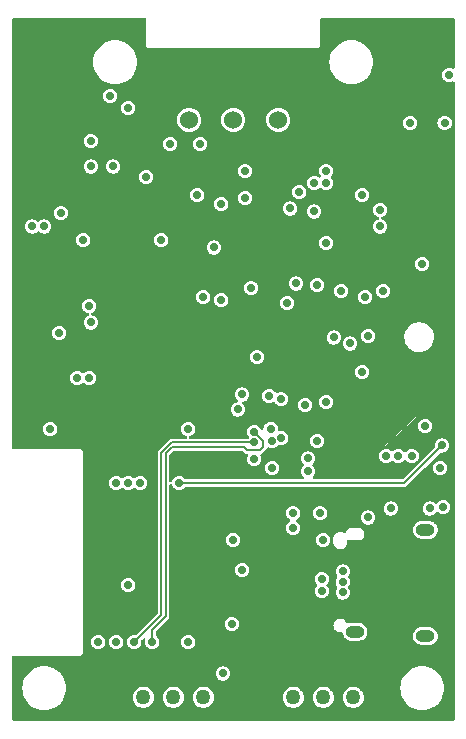
<source format=gbr>
%TF.GenerationSoftware,KiCad,Pcbnew,7.0.5*%
%TF.CreationDate,2023-06-26T09:37:40-04:00*%
%TF.ProjectId,ESP32Sensor-Sensor_board,45535033-3253-4656-9e73-6f722d53656e,rev?*%
%TF.SameCoordinates,Original*%
%TF.FileFunction,Copper,L2,Inr*%
%TF.FilePolarity,Positive*%
%FSLAX46Y46*%
G04 Gerber Fmt 4.6, Leading zero omitted, Abs format (unit mm)*
G04 Created by KiCad (PCBNEW 7.0.5) date 2023-06-26 09:37:40*
%MOMM*%
%LPD*%
G01*
G04 APERTURE LIST*
%TA.AperFunction,ComponentPad*%
%ADD10O,1.600000X1.000000*%
%TD*%
%TA.AperFunction,ComponentPad*%
%ADD11C,0.700000*%
%TD*%
%TA.AperFunction,ComponentPad*%
%ADD12C,1.270000*%
%TD*%
%TA.AperFunction,ComponentPad*%
%ADD13C,1.524000*%
%TD*%
%TA.AperFunction,ViaPad*%
%ADD14C,0.700000*%
%TD*%
%TA.AperFunction,Conductor*%
%ADD15C,0.127000*%
%TD*%
G04 APERTURE END LIST*
D10*
%TO.N,N/C*%
%TO.C,J2*%
X10306000Y-52218000D03*
X16256000Y-52578000D03*
X16256000Y-43598000D03*
%TD*%
D11*
%TO.N,GND*%
%TO.C,U5*%
X4827500Y-45790000D03*
X4827500Y-46890000D03*
%TD*%
D12*
%TO.N,GND*%
%TO.C,J5*%
X-10160000Y-57785000D03*
%TO.N,3.3V*%
X-7620000Y-57785000D03*
%TO.N,SCL*%
X-5080000Y-57785000D03*
%TO.N,SDA*%
X-2540000Y-57785000D03*
%TD*%
D13*
%TO.N,Net-(PD1-An)*%
%TO.C,PD1*%
X3810000Y-8890000D03*
%TO.N,The_better_5V*%
X-3746500Y-8890000D03*
X0Y-8890000D03*
%TD*%
D12*
%TO.N,GND*%
%TO.C,J6*%
X2540000Y-57785000D03*
%TO.N,GPIO1*%
X5080000Y-57785000D03*
%TO.N,GPIO2*%
X7620000Y-57785000D03*
%TO.N,GPIO3*%
X10160000Y-57785000D03*
%TD*%
D11*
%TO.N,Sensor_GND*%
%TO.C,U12*%
X6350000Y-37550000D03*
X6350000Y-38650000D03*
%TD*%
D14*
%TO.N,3.3V*%
X0Y-44450000D03*
X-3810000Y-35052000D03*
X11430000Y-42545000D03*
X7366000Y-42164000D03*
X-11430000Y-53086000D03*
X-8890000Y-48260000D03*
%TO.N,GND*%
X8128000Y-51816000D03*
X-14732000Y-10922000D03*
X16510000Y-30988000D03*
X11430000Y-13970000D03*
X11938000Y-38354000D03*
X14986000Y-13970000D03*
X-9144000Y-15240000D03*
X14986000Y-15494000D03*
X10160000Y-44958000D03*
X-2540000Y-31496000D03*
X-12192000Y-23368000D03*
X4826000Y-51562000D03*
X6858000Y-6604000D03*
X-7620000Y-6604000D03*
X10414000Y-37592000D03*
%TO.N,CC1*%
X7493000Y-48768000D03*
X13335000Y-41783000D03*
%TO.N,D+*%
X9271000Y-48006000D03*
X5080000Y-43434000D03*
%TO.N,D-*%
X9271000Y-48895000D03*
X7493000Y-47752000D03*
X5080000Y-42164000D03*
%TO.N,CC2*%
X9271000Y-47117000D03*
X16637000Y-41783000D03*
%TO.N,GPIO9*%
X-889000Y-55753000D03*
X-13208000Y-30734000D03*
X381000Y-33401000D03*
%TO.N,ESP_EN*%
X762000Y-32131000D03*
X-12192000Y-30734000D03*
X-9906000Y-53086000D03*
X-127000Y-51562000D03*
%TO.N,INT*%
X15113000Y-37338000D03*
X1778000Y-37592000D03*
X18288000Y-5080000D03*
%TO.N,SCL*%
X17893700Y-9144000D03*
X-8382000Y-53086000D03*
X13970000Y-37338000D03*
X1778000Y-36195000D03*
%TO.N,SDA*%
X14986000Y-9144000D03*
X-6858000Y-53086000D03*
X16256000Y-34798000D03*
X1778000Y-35306000D03*
X12954000Y-37338000D03*
%TO.N,LED_REF*%
X-12065000Y-12827000D03*
X-12065000Y-10668000D03*
X762000Y-46990000D03*
X9144000Y-23368000D03*
X7112000Y-22860000D03*
X1524000Y-23114000D03*
%TO.N,ESP_LED_REF_INV*%
X-10414000Y-6858000D03*
X-10160000Y-12827000D03*
%TO.N,5V*%
X3302000Y-36068000D03*
X-5334000Y-10922000D03*
%TO.N,Sensor_Analog*%
X7874000Y-14224000D03*
X3048000Y-32258000D03*
X12446000Y-17907000D03*
X3162085Y-35042772D03*
X7874000Y-19304000D03*
%TO.N,Net-(U9-OUT)*%
X5588000Y-14986000D03*
X4826000Y-16383000D03*
%TO.N,+Vs_For_Lock_in*%
X5334000Y-22733000D03*
X9906000Y-27813000D03*
%TO.N,-Vs_For_Lock_in*%
X6858000Y-14224000D03*
X-1016000Y-16002000D03*
X-14605000Y-16764000D03*
X6858000Y-16637000D03*
%TO.N,The_better_5V*%
X4064000Y-32512000D03*
X-2794000Y-10922000D03*
%TO.N,The_better_GND*%
X4064000Y-35814000D03*
X7874000Y-13208000D03*
X6096000Y-33020000D03*
%TO.N,ESP_ADC*%
X17653000Y-36449000D03*
X-4572000Y-39624000D03*
%TO.N,Sensor_First_stage*%
X2032000Y-28956000D03*
X-1651000Y-19685000D03*
%TO.N,Net-(U8-SEL_B)*%
X10922000Y-30226000D03*
X8509000Y-27305000D03*
%TO.N,GPIO1*%
X-9906000Y-39624000D03*
%TO.N,GPIO2*%
X-8890000Y-39624000D03*
%TO.N,GPIO3*%
X-7874000Y-39624000D03*
%TO.N,ESP_PWM_DIM*%
X-15494000Y-35052000D03*
X-3810000Y-53086000D03*
%TO.N,VBUS*%
X-17018000Y-17907000D03*
X-1016000Y-24130000D03*
X7620000Y-44450000D03*
X17780000Y-41656000D03*
X17526000Y-38354000D03*
%TO.N,Sensor_GND*%
X-12700000Y-19050000D03*
X12700000Y-23368000D03*
X11430000Y-27178000D03*
X12446000Y-16510000D03*
X-6096000Y-19050000D03*
X3302000Y-38354000D03*
X-12192000Y-24638000D03*
X1016000Y-13208000D03*
X-8890000Y-7874000D03*
X-7366000Y-13716000D03*
X-14732000Y-26924000D03*
X11176000Y-23876000D03*
X4572000Y-24384000D03*
X7112000Y-36068000D03*
X16002000Y-21082000D03*
X-2540000Y-23876000D03*
X1016000Y-15494000D03*
X10922000Y-15240000D03*
X-3048000Y-15240000D03*
X7874000Y-32766000D03*
%TO.N,-VBUS*%
X-16002000Y-17907000D03*
X-12065000Y-26035000D03*
%TD*%
D15*
%TO.N,SCL*%
X1778000Y-36195000D02*
X-5207000Y-36195000D01*
X-6096000Y-37084000D02*
X-6096000Y-50800000D01*
X-5207000Y-36195000D02*
X-6096000Y-37084000D01*
X-6096000Y-50800000D02*
X-8382000Y-53086000D01*
%TO.N,SDA*%
X2540000Y-36576000D02*
X2286000Y-36830000D01*
X-5207000Y-36576000D02*
X889000Y-36576000D01*
X2540000Y-36068000D02*
X2540000Y-36576000D01*
X1143000Y-36830000D02*
X2286000Y-36830000D01*
X-6858000Y-52070000D02*
X-5715000Y-50927000D01*
X-6858000Y-53086000D02*
X-6858000Y-52070000D01*
X889000Y-36576000D02*
X1143000Y-36830000D01*
X-5715000Y-37084000D02*
X-5207000Y-36576000D01*
X-5715000Y-50927000D02*
X-5715000Y-37084000D01*
X1778000Y-35306000D02*
X2540000Y-36068000D01*
%TO.N,ESP_ADC*%
X-4572000Y-39624000D02*
X14478000Y-39624000D01*
X14478000Y-39624000D02*
X17653000Y-36449000D01*
%TD*%
%TA.AperFunction,Conductor*%
%TO.N,GND*%
G36*
X10414000Y-42418000D02*
G01*
X7910767Y-42418000D01*
X7951044Y-42320762D01*
X7971682Y-42164000D01*
X7951044Y-42007238D01*
X7890536Y-41861159D01*
X7794282Y-41735718D01*
X7668841Y-41639464D01*
X7636908Y-41626237D01*
X7522762Y-41578956D01*
X7522760Y-41578955D01*
X7366001Y-41558318D01*
X7365999Y-41558318D01*
X7209239Y-41578955D01*
X7209237Y-41578956D01*
X7063160Y-41639463D01*
X6937718Y-41735718D01*
X6841463Y-41861160D01*
X6780956Y-42007237D01*
X6780955Y-42007239D01*
X6760318Y-42163998D01*
X6760318Y-42164001D01*
X6780955Y-42320760D01*
X6780956Y-42320762D01*
X6808905Y-42388238D01*
X6821233Y-42418000D01*
X5624767Y-42418000D01*
X5665044Y-42320762D01*
X5685682Y-42164000D01*
X5665044Y-42007238D01*
X5604536Y-41861159D01*
X5508282Y-41735718D01*
X5382841Y-41639464D01*
X5350908Y-41626237D01*
X5236762Y-41578956D01*
X5236760Y-41578955D01*
X5080001Y-41558318D01*
X5079999Y-41558318D01*
X4923239Y-41578955D01*
X4923237Y-41578956D01*
X4777160Y-41639463D01*
X4651718Y-41735718D01*
X4555463Y-41861160D01*
X4494956Y-42007237D01*
X4494955Y-42007239D01*
X4474318Y-42163998D01*
X4474318Y-42164001D01*
X4494955Y-42320760D01*
X4494956Y-42320762D01*
X4522905Y-42388238D01*
X4535233Y-42418000D01*
X2032000Y-42418000D01*
X0Y-42418000D01*
X0Y-39938000D01*
X10414000Y-39938000D01*
X10414000Y-42418000D01*
G37*
%TD.AperFunction*%
%TA.AperFunction,Conductor*%
G36*
X-7423461Y-274185D02*
G01*
X-7377706Y-326989D01*
X-7366500Y-378500D01*
X-7366500Y-2502718D01*
X-7368882Y-2526906D01*
X-7371486Y-2540000D01*
X-7367689Y-2559086D01*
X-7367689Y-2559092D01*
X-7360568Y-2594891D01*
X-7351734Y-2639301D01*
X-7295484Y-2723484D01*
X-7211301Y-2779734D01*
X-7211298Y-2779734D01*
X-7211298Y-2779735D01*
X-7112002Y-2799486D01*
X-7112000Y-2799486D01*
X-7098907Y-2796882D01*
X-7074718Y-2794500D01*
X7074718Y-2794500D01*
X7098907Y-2796882D01*
X7112000Y-2799486D01*
X7112002Y-2799486D01*
X7211298Y-2779735D01*
X7211298Y-2779734D01*
X7211301Y-2779734D01*
X7295484Y-2723484D01*
X7351734Y-2639301D01*
X7360568Y-2594891D01*
X7367689Y-2559092D01*
X7367689Y-2559086D01*
X7371486Y-2540000D01*
X7368882Y-2526906D01*
X7366500Y-2502718D01*
X7366500Y-378500D01*
X7386185Y-311461D01*
X7438989Y-265706D01*
X7490500Y-254500D01*
X18621500Y-254500D01*
X18688539Y-274185D01*
X18734294Y-326989D01*
X18745500Y-378500D01*
X18745500Y-4433946D01*
X18725815Y-4500985D01*
X18673011Y-4546740D01*
X18603853Y-4556684D01*
X18574048Y-4548507D01*
X18444765Y-4494957D01*
X18444760Y-4494955D01*
X18288001Y-4474318D01*
X18287999Y-4474318D01*
X18131239Y-4494955D01*
X18131237Y-4494956D01*
X17985160Y-4555463D01*
X17859718Y-4651718D01*
X17763463Y-4777160D01*
X17702956Y-4923237D01*
X17702955Y-4923239D01*
X17682318Y-5079998D01*
X17682318Y-5080001D01*
X17702955Y-5236760D01*
X17702956Y-5236762D01*
X17763464Y-5382841D01*
X17859718Y-5508282D01*
X17985159Y-5604536D01*
X18131238Y-5665044D01*
X18209618Y-5675363D01*
X18287999Y-5685682D01*
X18288000Y-5685682D01*
X18288001Y-5685682D01*
X18340254Y-5678802D01*
X18444762Y-5665044D01*
X18574048Y-5611491D01*
X18643517Y-5604023D01*
X18705996Y-5635298D01*
X18741648Y-5695387D01*
X18745500Y-5726053D01*
X18745500Y-9121577D01*
X18740275Y-9139370D01*
X18744019Y-9147316D01*
X18745500Y-9166422D01*
X18745500Y-27940000D01*
X16804182Y-27940000D01*
X16847173Y-27874871D01*
X16935923Y-27667229D01*
X16986172Y-27447076D01*
X16996303Y-27221490D01*
X16965991Y-26997719D01*
X16896211Y-26782957D01*
X16894869Y-26780464D01*
X16789205Y-26584108D01*
X16789203Y-26584105D01*
X16648413Y-26407560D01*
X16639146Y-26399464D01*
X16568614Y-26337841D01*
X16478360Y-26258988D01*
X16374146Y-26196723D01*
X16284507Y-26143166D01*
X16166154Y-26098747D01*
X16073091Y-26063819D01*
X15850910Y-26023500D01*
X15850907Y-26023500D01*
X15681657Y-26023500D01*
X15650271Y-26026324D01*
X15513093Y-26038670D01*
X15295429Y-26098741D01*
X15295414Y-26098747D01*
X15091973Y-26196719D01*
X15091965Y-26196723D01*
X14909284Y-26329448D01*
X14909282Y-26329449D01*
X14753226Y-26492671D01*
X14628828Y-26681125D01*
X14540077Y-26888772D01*
X14540075Y-26888778D01*
X14489828Y-27108922D01*
X14489828Y-27108926D01*
X14479696Y-27334506D01*
X14479731Y-27334762D01*
X14510009Y-27558281D01*
X14510010Y-27558284D01*
X14579789Y-27773044D01*
X14686794Y-27971891D01*
X14686796Y-27971894D01*
X14827586Y-28148439D01*
X14997639Y-28297011D01*
X14997640Y-28297012D01*
X14997643Y-28297014D01*
X15191493Y-28412834D01*
X15402907Y-28492179D01*
X15402908Y-28492180D01*
X15494000Y-28508710D01*
X15494000Y-29972000D01*
X15494000Y-34036000D01*
X11938000Y-37338000D01*
X10414000Y-37338000D01*
X10414000Y-39310000D01*
X6841593Y-39310000D01*
X6774554Y-39290315D01*
X6728799Y-39237511D01*
X6718855Y-39168353D01*
X6747880Y-39104797D01*
X6766100Y-39087629D01*
X6778282Y-39078282D01*
X6874536Y-38952841D01*
X6935044Y-38806762D01*
X6955682Y-38650000D01*
X6935044Y-38493238D01*
X6874536Y-38347159D01*
X6778282Y-38221718D01*
X6747860Y-38198374D01*
X6706658Y-38141949D01*
X6702503Y-38072203D01*
X6736714Y-38011282D01*
X6747851Y-38001631D01*
X6778282Y-37978282D01*
X6874536Y-37852841D01*
X6935044Y-37706762D01*
X6948802Y-37602254D01*
X6955682Y-37550001D01*
X6955682Y-37549998D01*
X6941923Y-37445492D01*
X6935044Y-37393238D01*
X6874536Y-37247159D01*
X6778282Y-37121718D01*
X6652841Y-37025464D01*
X6651880Y-37025066D01*
X6506762Y-36964956D01*
X6506760Y-36964955D01*
X6350001Y-36944318D01*
X6349999Y-36944318D01*
X6193239Y-36964955D01*
X6193237Y-36964956D01*
X6047160Y-37025463D01*
X5921718Y-37121718D01*
X5825463Y-37247160D01*
X5764956Y-37393237D01*
X5764955Y-37393239D01*
X5744318Y-37549998D01*
X5744318Y-37550001D01*
X5764955Y-37706760D01*
X5764956Y-37706762D01*
X5825464Y-37852841D01*
X5921718Y-37978282D01*
X5952140Y-38001625D01*
X5993341Y-38058052D01*
X5997496Y-38127798D01*
X5963283Y-38188719D01*
X5952146Y-38198369D01*
X5921719Y-38221717D01*
X5921718Y-38221718D01*
X5825463Y-38347160D01*
X5764956Y-38493237D01*
X5764955Y-38493239D01*
X5744318Y-38649998D01*
X5744318Y-38650001D01*
X5764955Y-38806760D01*
X5764956Y-38806762D01*
X5825464Y-38952841D01*
X5921718Y-39078282D01*
X5933895Y-39087626D01*
X5975096Y-39144052D01*
X5979251Y-39213798D01*
X5945038Y-39274719D01*
X5883321Y-39307471D01*
X5858407Y-39310000D01*
X0Y-39310000D01*
X0Y-38354001D01*
X2696318Y-38354001D01*
X2716955Y-38510760D01*
X2716956Y-38510762D01*
X2774629Y-38649998D01*
X2777464Y-38656841D01*
X2873718Y-38782282D01*
X2999159Y-38878536D01*
X3145238Y-38939044D01*
X3223619Y-38949363D01*
X3301999Y-38959682D01*
X3302000Y-38959682D01*
X3302001Y-38959682D01*
X3354254Y-38952802D01*
X3458762Y-38939044D01*
X3604841Y-38878536D01*
X3730282Y-38782282D01*
X3826536Y-38656841D01*
X3887044Y-38510762D01*
X3907682Y-38354000D01*
X3906781Y-38347159D01*
X3887044Y-38197239D01*
X3887044Y-38197238D01*
X3826536Y-38051159D01*
X3730282Y-37925718D01*
X3604841Y-37829464D01*
X3458762Y-37768956D01*
X3458760Y-37768955D01*
X3302001Y-37748318D01*
X3301999Y-37748318D01*
X3145239Y-37768955D01*
X3145237Y-37768956D01*
X2999160Y-37829463D01*
X2873718Y-37925718D01*
X2777463Y-38051160D01*
X2716956Y-38197237D01*
X2716955Y-38197239D01*
X2696318Y-38353998D01*
X2696318Y-38354001D01*
X0Y-38354001D01*
X0Y-36890000D01*
X707575Y-36890000D01*
X774614Y-36909685D01*
X795256Y-36926319D01*
X909349Y-37040412D01*
X913005Y-37044401D01*
X938049Y-37074248D01*
X938051Y-37074249D01*
X971797Y-37093731D01*
X976345Y-37096629D01*
X981758Y-37100419D01*
X1008249Y-37118969D01*
X1014505Y-37121886D01*
X1027480Y-37127260D01*
X1033947Y-37129614D01*
X1033949Y-37129615D01*
X1072314Y-37136379D01*
X1077575Y-37137545D01*
X1115211Y-37147631D01*
X1115917Y-37147569D01*
X1117005Y-37147787D01*
X1126023Y-37148577D01*
X1125935Y-37149582D01*
X1184417Y-37161334D01*
X1234602Y-37209947D01*
X1250537Y-37277975D01*
X1241289Y-37318549D01*
X1192957Y-37435234D01*
X1192955Y-37435239D01*
X1172318Y-37591998D01*
X1172318Y-37592001D01*
X1192955Y-37748760D01*
X1192956Y-37748762D01*
X1226383Y-37829463D01*
X1253464Y-37894841D01*
X1349718Y-38020282D01*
X1475159Y-38116536D01*
X1621238Y-38177044D01*
X1699619Y-38187363D01*
X1777999Y-38197682D01*
X1778000Y-38197682D01*
X1778001Y-38197682D01*
X1846081Y-38188719D01*
X1934762Y-38177044D01*
X2080841Y-38116536D01*
X2206282Y-38020282D01*
X2302536Y-37894841D01*
X2363044Y-37748762D01*
X2383682Y-37592000D01*
X2378152Y-37549998D01*
X2363044Y-37435239D01*
X2363044Y-37435238D01*
X2306369Y-37298414D01*
X2298901Y-37228948D01*
X2330176Y-37166468D01*
X2385068Y-37133899D01*
X2384859Y-37133324D01*
X2387908Y-37132214D01*
X2390265Y-37130816D01*
X2393905Y-37130031D01*
X2395045Y-37129616D01*
X2395051Y-37129615D01*
X2395056Y-37129611D01*
X2401562Y-37127244D01*
X2414470Y-37121897D01*
X2420741Y-37118971D01*
X2420749Y-37118970D01*
X2452658Y-37096625D01*
X2457211Y-37093726D01*
X2457213Y-37093725D01*
X2490949Y-37074249D01*
X2516004Y-37044388D01*
X2519634Y-37040427D01*
X2750427Y-36809634D01*
X2754388Y-36806004D01*
X2784249Y-36780949D01*
X2803728Y-36747207D01*
X2806625Y-36742658D01*
X2828970Y-36710749D01*
X2828971Y-36710741D01*
X2831897Y-36704470D01*
X2837244Y-36691562D01*
X2839612Y-36685055D01*
X2839615Y-36685051D01*
X2839615Y-36685045D01*
X2843324Y-36674859D01*
X2845637Y-36675700D01*
X2869872Y-36626799D01*
X2929818Y-36590906D01*
X2999652Y-36593121D01*
X3008398Y-36596363D01*
X3145238Y-36653044D01*
X3223619Y-36663363D01*
X3301999Y-36673682D01*
X3302000Y-36673682D01*
X3302001Y-36673682D01*
X3354254Y-36666802D01*
X3458762Y-36653044D01*
X3604841Y-36592536D01*
X3730282Y-36496282D01*
X3771912Y-36442028D01*
X3828337Y-36400827D01*
X3898083Y-36396672D01*
X3902385Y-36397743D01*
X3907236Y-36399043D01*
X3907238Y-36399044D01*
X3985619Y-36409363D01*
X4063999Y-36419682D01*
X4064000Y-36419682D01*
X4064001Y-36419682D01*
X4116253Y-36412802D01*
X4220762Y-36399044D01*
X4366841Y-36338536D01*
X4492282Y-36242282D01*
X4588536Y-36116841D01*
X4608766Y-36068001D01*
X6506318Y-36068001D01*
X6526955Y-36224760D01*
X6526956Y-36224762D01*
X6585616Y-36366381D01*
X6587464Y-36370841D01*
X6683718Y-36496282D01*
X6809159Y-36592536D01*
X6955238Y-36653044D01*
X7033619Y-36663363D01*
X7111999Y-36673682D01*
X7112000Y-36673682D01*
X7112001Y-36673682D01*
X7164253Y-36666802D01*
X7268762Y-36653044D01*
X7414841Y-36592536D01*
X7540282Y-36496282D01*
X7636536Y-36370841D01*
X7697044Y-36224762D01*
X7717682Y-36068000D01*
X7697044Y-35911238D01*
X7636536Y-35765159D01*
X7540282Y-35639718D01*
X7414841Y-35543464D01*
X7344155Y-35514185D01*
X7268762Y-35482956D01*
X7268760Y-35482955D01*
X7112001Y-35462318D01*
X7111999Y-35462318D01*
X6955239Y-35482955D01*
X6955237Y-35482956D01*
X6809160Y-35543463D01*
X6683718Y-35639718D01*
X6587463Y-35765160D01*
X6526956Y-35911237D01*
X6526955Y-35911239D01*
X6506318Y-36067998D01*
X6506318Y-36068001D01*
X4608766Y-36068001D01*
X4649044Y-35970762D01*
X4669682Y-35814000D01*
X4668959Y-35808511D01*
X4649044Y-35657239D01*
X4649044Y-35657238D01*
X4588536Y-35511159D01*
X4492282Y-35385718D01*
X4366841Y-35289464D01*
X4220762Y-35228956D01*
X4220760Y-35228955D01*
X4064001Y-35208318D01*
X4063999Y-35208318D01*
X3900580Y-35229832D01*
X3831545Y-35219066D01*
X3779289Y-35172686D01*
X3760404Y-35105417D01*
X3761456Y-35090707D01*
X3762489Y-35082866D01*
X3767767Y-35042772D01*
X3764633Y-35018970D01*
X3747129Y-34886011D01*
X3747129Y-34886010D01*
X3686621Y-34739931D01*
X3590367Y-34614490D01*
X3464926Y-34518236D01*
X3409213Y-34495159D01*
X3318847Y-34457728D01*
X3318845Y-34457727D01*
X3162086Y-34437090D01*
X3162084Y-34437090D01*
X3005324Y-34457727D01*
X3005322Y-34457728D01*
X2859245Y-34518235D01*
X2733803Y-34614490D01*
X2637548Y-34739932D01*
X2577041Y-34886009D01*
X2577041Y-34886010D01*
X2559536Y-35018970D01*
X2531269Y-35082866D01*
X2472945Y-35121337D01*
X2403080Y-35122168D01*
X2343857Y-35085096D01*
X2322036Y-35050236D01*
X2302537Y-35003161D01*
X2302536Y-35003160D01*
X2302536Y-35003159D01*
X2206282Y-34877718D01*
X2080841Y-34781464D01*
X2002852Y-34749160D01*
X1934762Y-34720956D01*
X1934760Y-34720955D01*
X1778001Y-34700318D01*
X1777999Y-34700318D01*
X1621239Y-34720955D01*
X1621237Y-34720956D01*
X1475160Y-34781463D01*
X1349718Y-34877718D01*
X1253463Y-35003160D01*
X1192956Y-35149237D01*
X1192955Y-35149239D01*
X1172318Y-35305998D01*
X1172318Y-35306001D01*
X1192955Y-35462760D01*
X1192956Y-35462762D01*
X1253464Y-35608842D01*
X1304240Y-35675014D01*
X1329434Y-35740183D01*
X1315396Y-35808628D01*
X1304244Y-35825980D01*
X1299257Y-35832480D01*
X1242832Y-35873687D01*
X1200877Y-35881000D01*
X0Y-35881000D01*
X0Y-35560000D01*
X-3485609Y-35560000D01*
X-3381718Y-35480282D01*
X-3285464Y-35354841D01*
X-3281641Y-35345613D01*
X-3224956Y-35208762D01*
X-3224955Y-35208760D01*
X-3204318Y-35052001D01*
X-3204318Y-35051998D01*
X-3224955Y-34895239D01*
X-3224956Y-34895237D01*
X-3285463Y-34749160D01*
X-3381718Y-34623718D01*
X-3507160Y-34527463D01*
X-3653237Y-34466956D01*
X-3653239Y-34466955D01*
X-3809999Y-34446318D01*
X-3810001Y-34446318D01*
X-3966760Y-34466955D01*
X-3966762Y-34466956D01*
X-4090560Y-34518235D01*
X-4112841Y-34527464D01*
X-4238282Y-34623718D01*
X-4334536Y-34749159D01*
X-4395044Y-34895238D01*
X-4415682Y-35052000D01*
X-4395044Y-35208762D01*
X-4334536Y-35354841D01*
X-4238282Y-35480282D01*
X-4134391Y-35560000D01*
X-15169609Y-35560000D01*
X-15065718Y-35480282D01*
X-14969464Y-35354841D01*
X-14965641Y-35345613D01*
X-14908956Y-35208762D01*
X-14908955Y-35208760D01*
X-14888318Y-35052001D01*
X-14888318Y-35051998D01*
X-14908955Y-34895239D01*
X-14908956Y-34895237D01*
X-14969463Y-34749160D01*
X-15065718Y-34623718D01*
X-15191160Y-34527463D01*
X-15337237Y-34466956D01*
X-15337239Y-34466955D01*
X-15493999Y-34446318D01*
X-15494001Y-34446318D01*
X-15650760Y-34466955D01*
X-15650762Y-34466956D01*
X-15774560Y-34518235D01*
X-15796841Y-34527464D01*
X-15922282Y-34623718D01*
X-16018536Y-34749159D01*
X-16079044Y-34895238D01*
X-16099682Y-35052000D01*
X-16079044Y-35208762D01*
X-16018536Y-35354841D01*
X-15922282Y-35480282D01*
X-15818391Y-35560000D01*
X-18745500Y-35560000D01*
X-18745500Y-33401000D01*
X-224682Y-33401000D01*
X-204044Y-33557762D01*
X-143536Y-33703841D01*
X-47282Y-33829282D01*
X78159Y-33925536D01*
X224238Y-33986044D01*
X302619Y-33996363D01*
X380999Y-34006682D01*
X381000Y-34006682D01*
X381001Y-34006682D01*
X433253Y-33999802D01*
X537762Y-33986044D01*
X683841Y-33925536D01*
X809282Y-33829282D01*
X905536Y-33703841D01*
X966044Y-33557762D01*
X986682Y-33401000D01*
X966044Y-33244238D01*
X905536Y-33098159D01*
X809282Y-32972718D01*
X777296Y-32948174D01*
X736094Y-32891746D01*
X731939Y-32822000D01*
X766152Y-32761080D01*
X827869Y-32728328D01*
X836574Y-32726864D01*
X918762Y-32716044D01*
X1064841Y-32655536D01*
X1190282Y-32559282D01*
X1286536Y-32433841D01*
X1347044Y-32287762D01*
X1350962Y-32258001D01*
X2442318Y-32258001D01*
X2462955Y-32414760D01*
X2462956Y-32414762D01*
X2503232Y-32511998D01*
X2523464Y-32560841D01*
X2619718Y-32686282D01*
X2745159Y-32782536D01*
X2891238Y-32843044D01*
X2969619Y-32853363D01*
X3047999Y-32863682D01*
X3048000Y-32863682D01*
X3048001Y-32863682D01*
X3100253Y-32856802D01*
X3204762Y-32843044D01*
X3350841Y-32782536D01*
X3356450Y-32778231D01*
X3421615Y-32753035D01*
X3490060Y-32767068D01*
X3533612Y-32809086D01*
X3534517Y-32808393D01*
X3539144Y-32814423D01*
X3539322Y-32814595D01*
X3539462Y-32814837D01*
X3539464Y-32814841D01*
X3635718Y-32940282D01*
X3761159Y-33036536D01*
X3907238Y-33097044D01*
X3985619Y-33107363D01*
X4063999Y-33117682D01*
X4064000Y-33117682D01*
X4064001Y-33117682D01*
X4116253Y-33110802D01*
X4220762Y-33097044D01*
X4366841Y-33036536D01*
X4388390Y-33020001D01*
X5490318Y-33020001D01*
X5510955Y-33176760D01*
X5510956Y-33176762D01*
X5538905Y-33244238D01*
X5571464Y-33322841D01*
X5667718Y-33448282D01*
X5793159Y-33544536D01*
X5939238Y-33605044D01*
X6017619Y-33615363D01*
X6095999Y-33625682D01*
X6096000Y-33625682D01*
X6096001Y-33625682D01*
X6148253Y-33618802D01*
X6252762Y-33605044D01*
X6398841Y-33544536D01*
X6524282Y-33448282D01*
X6620536Y-33322841D01*
X6681044Y-33176762D01*
X6701682Y-33020000D01*
X6681044Y-32863238D01*
X6640767Y-32766001D01*
X7268318Y-32766001D01*
X7288955Y-32922760D01*
X7288956Y-32922762D01*
X7329232Y-33019998D01*
X7349464Y-33068841D01*
X7445718Y-33194282D01*
X7571159Y-33290536D01*
X7717238Y-33351044D01*
X7795619Y-33361363D01*
X7873999Y-33371682D01*
X7874000Y-33371682D01*
X7874001Y-33371682D01*
X7926253Y-33364802D01*
X8030762Y-33351044D01*
X8176841Y-33290536D01*
X8302282Y-33194282D01*
X8398536Y-33068841D01*
X8459044Y-32922762D01*
X8478072Y-32778233D01*
X8479682Y-32766001D01*
X8479682Y-32765998D01*
X8459044Y-32609239D01*
X8459044Y-32609238D01*
X8398536Y-32463159D01*
X8302282Y-32337718D01*
X8176841Y-32241464D01*
X8098852Y-32209160D01*
X8030762Y-32180956D01*
X8030760Y-32180955D01*
X7874001Y-32160318D01*
X7873999Y-32160318D01*
X7717239Y-32180955D01*
X7717237Y-32180956D01*
X7571160Y-32241463D01*
X7445718Y-32337718D01*
X7349463Y-32463160D01*
X7288956Y-32609237D01*
X7288955Y-32609239D01*
X7268318Y-32765998D01*
X7268318Y-32766001D01*
X6640767Y-32766001D01*
X6620536Y-32717159D01*
X6524282Y-32591718D01*
X6398841Y-32495464D01*
X6320852Y-32463160D01*
X6252762Y-32434956D01*
X6252760Y-32434955D01*
X6096001Y-32414318D01*
X6095999Y-32414318D01*
X5939239Y-32434955D01*
X5939237Y-32434956D01*
X5793160Y-32495463D01*
X5667718Y-32591718D01*
X5571463Y-32717160D01*
X5510956Y-32863237D01*
X5510955Y-32863239D01*
X5490318Y-33019998D01*
X5490318Y-33020001D01*
X4388390Y-33020001D01*
X4492282Y-32940282D01*
X4588536Y-32814841D01*
X4649044Y-32668762D01*
X4669682Y-32512000D01*
X4649044Y-32355238D01*
X4588536Y-32209159D01*
X4492282Y-32083718D01*
X4366841Y-31987464D01*
X4334908Y-31974237D01*
X4220762Y-31926956D01*
X4220760Y-31926955D01*
X4064001Y-31906318D01*
X4063999Y-31906318D01*
X3907239Y-31926955D01*
X3907237Y-31926956D01*
X3761158Y-31987464D01*
X3755543Y-31991773D01*
X3690373Y-32016965D01*
X3621929Y-32002925D01*
X3578391Y-31960911D01*
X3577484Y-31961608D01*
X3572834Y-31955548D01*
X3572668Y-31955388D01*
X3572536Y-31955160D01*
X3572536Y-31955159D01*
X3476282Y-31829718D01*
X3350841Y-31733464D01*
X3204762Y-31672956D01*
X3204760Y-31672955D01*
X3048001Y-31652318D01*
X3047999Y-31652318D01*
X2891239Y-31672955D01*
X2891237Y-31672956D01*
X2745160Y-31733463D01*
X2619718Y-31829718D01*
X2523463Y-31955160D01*
X2462956Y-32101237D01*
X2462955Y-32101239D01*
X2442318Y-32257998D01*
X2442318Y-32258001D01*
X1350962Y-32258001D01*
X1367682Y-32131000D01*
X1347044Y-31974238D01*
X1286536Y-31828159D01*
X1190282Y-31702718D01*
X1064841Y-31606464D01*
X918762Y-31545956D01*
X918760Y-31545955D01*
X762001Y-31525318D01*
X761999Y-31525318D01*
X605239Y-31545955D01*
X605237Y-31545956D01*
X459160Y-31606463D01*
X333718Y-31702718D01*
X237463Y-31828160D01*
X176956Y-31974237D01*
X176955Y-31974239D01*
X156318Y-32130998D01*
X156318Y-32131001D01*
X176955Y-32287760D01*
X176956Y-32287762D01*
X204905Y-32355238D01*
X237464Y-32433841D01*
X333718Y-32559282D01*
X365704Y-32583826D01*
X406905Y-32640252D01*
X411060Y-32709998D01*
X376848Y-32770919D01*
X315130Y-32803671D01*
X306401Y-32805139D01*
X224239Y-32815955D01*
X224237Y-32815956D01*
X78160Y-32876463D01*
X78158Y-32876464D01*
X78159Y-32876464D01*
X-47282Y-32972718D01*
X-143536Y-33098159D01*
X-204044Y-33244238D01*
X-224682Y-33401000D01*
X-18745500Y-33401000D01*
X-18745500Y-30734000D01*
X-13813682Y-30734000D01*
X-13793044Y-30890762D01*
X-13732536Y-31036841D01*
X-13636282Y-31162282D01*
X-13510841Y-31258536D01*
X-13364762Y-31319044D01*
X-13260253Y-31332802D01*
X-13208001Y-31339682D01*
X-13208000Y-31339682D01*
X-13207999Y-31339682D01*
X-13129619Y-31329363D01*
X-13051238Y-31319044D01*
X-12905159Y-31258536D01*
X-12779718Y-31162282D01*
X-12779715Y-31162278D01*
X-12775487Y-31159034D01*
X-12710318Y-31133840D01*
X-12641873Y-31147878D01*
X-12624513Y-31159034D01*
X-12620284Y-31162278D01*
X-12620282Y-31162282D01*
X-12494841Y-31258536D01*
X-12348762Y-31319044D01*
X-12244253Y-31332802D01*
X-12192001Y-31339682D01*
X-12192000Y-31339682D01*
X-12191999Y-31339682D01*
X-12113619Y-31329363D01*
X-12035238Y-31319044D01*
X-11889159Y-31258536D01*
X-11763718Y-31162282D01*
X-11667464Y-31036841D01*
X-11606956Y-30890762D01*
X-11606955Y-30890760D01*
X-11586318Y-30734001D01*
X-11586318Y-30733998D01*
X-11606955Y-30577239D01*
X-11606956Y-30577237D01*
X-11667463Y-30431160D01*
X-11763718Y-30305718D01*
X-11867607Y-30226001D01*
X10316318Y-30226001D01*
X10336955Y-30382760D01*
X10336956Y-30382762D01*
X10397464Y-30528841D01*
X10493718Y-30654282D01*
X10619159Y-30750536D01*
X10765238Y-30811044D01*
X10843619Y-30821363D01*
X10921999Y-30831682D01*
X10922000Y-30831682D01*
X10922001Y-30831682D01*
X10974253Y-30824802D01*
X11078762Y-30811044D01*
X11224841Y-30750536D01*
X11350282Y-30654282D01*
X11446536Y-30528841D01*
X11507044Y-30382762D01*
X11527682Y-30226000D01*
X11507044Y-30069238D01*
X11446536Y-29923159D01*
X11350282Y-29797718D01*
X11224841Y-29701464D01*
X11078762Y-29640956D01*
X11078760Y-29640955D01*
X10922001Y-29620318D01*
X10921999Y-29620318D01*
X10765239Y-29640955D01*
X10765237Y-29640956D01*
X10619160Y-29701463D01*
X10493718Y-29797718D01*
X10397463Y-29923160D01*
X10336956Y-30069237D01*
X10336955Y-30069239D01*
X10316318Y-30225998D01*
X10316318Y-30226001D01*
X-11867607Y-30226001D01*
X-11889160Y-30209463D01*
X-12035237Y-30148956D01*
X-12035239Y-30148955D01*
X-12191999Y-30128318D01*
X-12192001Y-30128318D01*
X-12348760Y-30148955D01*
X-12348762Y-30148956D01*
X-12494842Y-30209464D01*
X-12624514Y-30308965D01*
X-12689683Y-30334159D01*
X-12758128Y-30320121D01*
X-12775486Y-30308965D01*
X-12905157Y-30209464D01*
X-13051237Y-30148956D01*
X-13051239Y-30148955D01*
X-13207999Y-30128318D01*
X-13208001Y-30128318D01*
X-13364760Y-30148955D01*
X-13364762Y-30148956D01*
X-13510841Y-30209464D01*
X-13636282Y-30305718D01*
X-13732536Y-30431159D01*
X-13793044Y-30577238D01*
X-13813682Y-30734000D01*
X-18745500Y-30734000D01*
X-18745500Y-28956001D01*
X1426318Y-28956001D01*
X1446955Y-29112760D01*
X1446956Y-29112762D01*
X1507464Y-29258841D01*
X1603718Y-29384282D01*
X1729159Y-29480536D01*
X1875238Y-29541044D01*
X1953619Y-29551363D01*
X2031999Y-29561682D01*
X2032000Y-29561682D01*
X2032001Y-29561682D01*
X2084253Y-29554802D01*
X2188762Y-29541044D01*
X2334841Y-29480536D01*
X2460282Y-29384282D01*
X2556536Y-29258841D01*
X2617044Y-29112762D01*
X2637682Y-28956000D01*
X2617044Y-28799238D01*
X2556536Y-28653159D01*
X2460282Y-28527718D01*
X2334841Y-28431464D01*
X2289864Y-28412834D01*
X2188762Y-28370956D01*
X2188760Y-28370955D01*
X2032001Y-28350318D01*
X2031999Y-28350318D01*
X1875239Y-28370955D01*
X1875237Y-28370956D01*
X1729160Y-28431463D01*
X1603718Y-28527718D01*
X1507463Y-28653160D01*
X1446956Y-28799237D01*
X1446955Y-28799239D01*
X1426318Y-28955998D01*
X1426318Y-28956001D01*
X-18745500Y-28956001D01*
X-18745500Y-26924000D01*
X-15337682Y-26924000D01*
X-15317044Y-27080762D01*
X-15256536Y-27226841D01*
X-15160282Y-27352282D01*
X-15034841Y-27448536D01*
X-14888762Y-27509044D01*
X-14784253Y-27522802D01*
X-14732001Y-27529682D01*
X-14732000Y-27529682D01*
X-14731999Y-27529682D01*
X-14653619Y-27519363D01*
X-14575238Y-27509044D01*
X-14429159Y-27448536D01*
X-14303718Y-27352282D01*
X-14267438Y-27305001D01*
X7903318Y-27305001D01*
X7923955Y-27461760D01*
X7923956Y-27461762D01*
X7963935Y-27558281D01*
X7984464Y-27607841D01*
X8080718Y-27733282D01*
X8206159Y-27829536D01*
X8352238Y-27890044D01*
X8430619Y-27900363D01*
X8508999Y-27910682D01*
X8509000Y-27910682D01*
X8509001Y-27910682D01*
X8561253Y-27903802D01*
X8665762Y-27890044D01*
X8811841Y-27829536D01*
X8833390Y-27813001D01*
X9300318Y-27813001D01*
X9320955Y-27969760D01*
X9320956Y-27969762D01*
X9381464Y-28115841D01*
X9477718Y-28241282D01*
X9603159Y-28337536D01*
X9749238Y-28398044D01*
X9827619Y-28408363D01*
X9905999Y-28418682D01*
X9906000Y-28418682D01*
X9906001Y-28418682D01*
X9958254Y-28411802D01*
X10062762Y-28398044D01*
X10208841Y-28337536D01*
X10334282Y-28241282D01*
X10430536Y-28115841D01*
X10491044Y-27969762D01*
X10511682Y-27813000D01*
X10491044Y-27656238D01*
X10430536Y-27510159D01*
X10334282Y-27384718D01*
X10208841Y-27288464D01*
X10062762Y-27227956D01*
X10062760Y-27227955D01*
X9906001Y-27207318D01*
X9905999Y-27207318D01*
X9749239Y-27227955D01*
X9749237Y-27227956D01*
X9603160Y-27288463D01*
X9477718Y-27384718D01*
X9381463Y-27510160D01*
X9320956Y-27656237D01*
X9320955Y-27656239D01*
X9300318Y-27812998D01*
X9300318Y-27813001D01*
X8833390Y-27813001D01*
X8937282Y-27733282D01*
X9033536Y-27607841D01*
X9094044Y-27461762D01*
X9110797Y-27334510D01*
X9114682Y-27305001D01*
X9114682Y-27304998D01*
X9097962Y-27178001D01*
X10824318Y-27178001D01*
X10844955Y-27334760D01*
X10844956Y-27334762D01*
X10905464Y-27480841D01*
X11001718Y-27606282D01*
X11127159Y-27702536D01*
X11273238Y-27763044D01*
X11349188Y-27773043D01*
X11429999Y-27783682D01*
X11430000Y-27783682D01*
X11430001Y-27783682D01*
X11510804Y-27773044D01*
X11586762Y-27763044D01*
X11732841Y-27702536D01*
X11858282Y-27606282D01*
X11954536Y-27480841D01*
X12015044Y-27334762D01*
X12035682Y-27178000D01*
X12015044Y-27021238D01*
X11954536Y-26875159D01*
X11858282Y-26749718D01*
X11732841Y-26653464D01*
X11654852Y-26621160D01*
X11586762Y-26592956D01*
X11586760Y-26592955D01*
X11430001Y-26572318D01*
X11429999Y-26572318D01*
X11273239Y-26592955D01*
X11273237Y-26592956D01*
X11127160Y-26653463D01*
X11001718Y-26749718D01*
X10905463Y-26875160D01*
X10844956Y-27021237D01*
X10844955Y-27021239D01*
X10824318Y-27177998D01*
X10824318Y-27178001D01*
X9097962Y-27178001D01*
X9094044Y-27148239D01*
X9094044Y-27148238D01*
X9033536Y-27002159D01*
X8937282Y-26876718D01*
X8811841Y-26780464D01*
X8779908Y-26767237D01*
X8665762Y-26719956D01*
X8665760Y-26719955D01*
X8509001Y-26699318D01*
X8508999Y-26699318D01*
X8352239Y-26719955D01*
X8352237Y-26719956D01*
X8206160Y-26780463D01*
X8080718Y-26876718D01*
X7984463Y-27002160D01*
X7923956Y-27148237D01*
X7923955Y-27148239D01*
X7903318Y-27304998D01*
X7903318Y-27305001D01*
X-14267438Y-27305001D01*
X-14207464Y-27226841D01*
X-14205247Y-27221490D01*
X-14146956Y-27080762D01*
X-14146955Y-27080760D01*
X-14126318Y-26924001D01*
X-14126318Y-26923998D01*
X-14146955Y-26767239D01*
X-14146956Y-26767237D01*
X-14207463Y-26621160D01*
X-14303718Y-26495718D01*
X-14429160Y-26399463D01*
X-14575237Y-26338956D01*
X-14575239Y-26338955D01*
X-14731999Y-26318318D01*
X-14732001Y-26318318D01*
X-14888760Y-26338955D01*
X-14888762Y-26338956D01*
X-15034841Y-26399464D01*
X-15160282Y-26495718D01*
X-15256536Y-26621159D01*
X-15317044Y-26767238D01*
X-15337682Y-26924000D01*
X-18745500Y-26924000D01*
X-18745500Y-24638000D01*
X-12797682Y-24638000D01*
X-12777044Y-24794762D01*
X-12716536Y-24940841D01*
X-12620282Y-25066282D01*
X-12494841Y-25162536D01*
X-12348762Y-25223044D01*
X-12295513Y-25230054D01*
X-12231617Y-25258320D01*
X-12193146Y-25316645D01*
X-12192315Y-25386509D01*
X-12229387Y-25445733D01*
X-12264247Y-25467554D01*
X-12367838Y-25510462D01*
X-12367840Y-25510463D01*
X-12367841Y-25510464D01*
X-12493282Y-25606718D01*
X-12589536Y-25732159D01*
X-12650044Y-25878238D01*
X-12670682Y-26035000D01*
X-12650044Y-26191762D01*
X-12589536Y-26337841D01*
X-12493282Y-26463282D01*
X-12367841Y-26559536D01*
X-12221762Y-26620044D01*
X-12117253Y-26633802D01*
X-12065001Y-26640682D01*
X-12065000Y-26640682D01*
X-12064999Y-26640682D01*
X-11986619Y-26630363D01*
X-11908238Y-26620044D01*
X-11762159Y-26559536D01*
X-11636718Y-26463282D01*
X-11540464Y-26337841D01*
X-11536989Y-26329453D01*
X-11479956Y-26191762D01*
X-11479955Y-26191760D01*
X-11459318Y-26035001D01*
X-11459318Y-26034998D01*
X-11479955Y-25878239D01*
X-11479956Y-25878237D01*
X-11540463Y-25732160D01*
X-11636718Y-25606718D01*
X-11762160Y-25510463D01*
X-11908238Y-25449956D01*
X-11961487Y-25442945D01*
X-12025383Y-25414677D01*
X-12063854Y-25356352D01*
X-12064684Y-25286487D01*
X-12027611Y-25227265D01*
X-11992755Y-25205447D01*
X-11889159Y-25162536D01*
X-11763718Y-25066282D01*
X-11667464Y-24940841D01*
X-11606956Y-24794762D01*
X-11606955Y-24794760D01*
X-11586318Y-24638001D01*
X-11586318Y-24637998D01*
X-11606955Y-24481239D01*
X-11606956Y-24481237D01*
X-11667463Y-24335160D01*
X-11763718Y-24209718D01*
X-11889160Y-24113463D01*
X-12035237Y-24052956D01*
X-12035239Y-24052955D01*
X-12191999Y-24032318D01*
X-12192001Y-24032318D01*
X-12348760Y-24052955D01*
X-12348762Y-24052956D01*
X-12416852Y-24081160D01*
X-12494841Y-24113464D01*
X-12620282Y-24209718D01*
X-12716536Y-24335159D01*
X-12777044Y-24481238D01*
X-12797682Y-24638000D01*
X-18745500Y-24638000D01*
X-18745500Y-23876000D01*
X-3145682Y-23876000D01*
X-3125044Y-24032762D01*
X-3064536Y-24178841D01*
X-2968282Y-24304282D01*
X-2842841Y-24400536D01*
X-2696762Y-24461044D01*
X-2592253Y-24474802D01*
X-2540001Y-24481682D01*
X-2540000Y-24481682D01*
X-2539999Y-24481682D01*
X-2461619Y-24471363D01*
X-2383238Y-24461044D01*
X-2237159Y-24400536D01*
X-2111718Y-24304282D01*
X-2015464Y-24178841D01*
X-1995233Y-24130000D01*
X-1621682Y-24130000D01*
X-1601044Y-24286762D01*
X-1540536Y-24432841D01*
X-1444282Y-24558282D01*
X-1318841Y-24654536D01*
X-1172762Y-24715044D01*
X-1068253Y-24728802D01*
X-1016001Y-24735682D01*
X-1016000Y-24735682D01*
X-1015999Y-24735682D01*
X-937619Y-24725363D01*
X-859238Y-24715044D01*
X-713159Y-24654536D01*
X-587718Y-24558282D01*
X-491464Y-24432841D01*
X-471233Y-24384001D01*
X3966318Y-24384001D01*
X3986955Y-24540760D01*
X3986956Y-24540762D01*
X4027232Y-24637998D01*
X4047464Y-24686841D01*
X4143718Y-24812282D01*
X4269159Y-24908536D01*
X4415238Y-24969044D01*
X4493619Y-24979363D01*
X4571999Y-24989682D01*
X4572000Y-24989682D01*
X4572001Y-24989682D01*
X4624254Y-24982802D01*
X4728762Y-24969044D01*
X4874841Y-24908536D01*
X5000282Y-24812282D01*
X5096536Y-24686841D01*
X5157044Y-24540762D01*
X5177682Y-24384000D01*
X5157044Y-24227238D01*
X5096536Y-24081159D01*
X5000282Y-23955718D01*
X4874841Y-23859464D01*
X4796852Y-23827160D01*
X4728762Y-23798956D01*
X4728760Y-23798955D01*
X4572001Y-23778318D01*
X4571999Y-23778318D01*
X4415239Y-23798955D01*
X4415237Y-23798956D01*
X4269160Y-23859463D01*
X4143718Y-23955718D01*
X4047463Y-24081160D01*
X3986956Y-24227237D01*
X3986955Y-24227239D01*
X3966318Y-24383998D01*
X3966318Y-24384001D01*
X-471233Y-24384001D01*
X-471232Y-24383998D01*
X-430956Y-24286762D01*
X-430955Y-24286760D01*
X-410318Y-24130001D01*
X-410318Y-24129998D01*
X-430955Y-23973239D01*
X-430956Y-23973237D01*
X-491463Y-23827160D01*
X-587718Y-23701718D01*
X-713160Y-23605463D01*
X-859237Y-23544956D01*
X-859239Y-23544955D01*
X-1015999Y-23524318D01*
X-1016001Y-23524318D01*
X-1172760Y-23544955D01*
X-1172762Y-23544956D01*
X-1240852Y-23573160D01*
X-1318841Y-23605464D01*
X-1444282Y-23701718D01*
X-1540536Y-23827159D01*
X-1601044Y-23973238D01*
X-1621682Y-24130000D01*
X-1995233Y-24130000D01*
X-1995232Y-24129998D01*
X-1954956Y-24032762D01*
X-1954955Y-24032760D01*
X-1934318Y-23876001D01*
X-1934318Y-23875998D01*
X-1954955Y-23719239D01*
X-1954956Y-23719237D01*
X-2015463Y-23573160D01*
X-2111718Y-23447718D01*
X-2237160Y-23351463D01*
X-2383237Y-23290956D01*
X-2383239Y-23290955D01*
X-2539999Y-23270318D01*
X-2540001Y-23270318D01*
X-2696760Y-23290955D01*
X-2696762Y-23290956D01*
X-2842841Y-23351464D01*
X-2968282Y-23447718D01*
X-3064536Y-23573159D01*
X-3125044Y-23719238D01*
X-3145682Y-23876000D01*
X-18745500Y-23876000D01*
X-18745500Y-23114001D01*
X918318Y-23114001D01*
X938955Y-23270760D01*
X938956Y-23270762D01*
X979232Y-23367998D01*
X999464Y-23416841D01*
X1095718Y-23542282D01*
X1221159Y-23638536D01*
X1367238Y-23699044D01*
X1445619Y-23709363D01*
X1523999Y-23719682D01*
X1524000Y-23719682D01*
X1524001Y-23719682D01*
X1576253Y-23712802D01*
X1680762Y-23699044D01*
X1826841Y-23638536D01*
X1952282Y-23542282D01*
X2048536Y-23416841D01*
X2109044Y-23270762D01*
X2129682Y-23114000D01*
X2109044Y-22957238D01*
X2048536Y-22811159D01*
X1988563Y-22733001D01*
X4728318Y-22733001D01*
X4748955Y-22889760D01*
X4748956Y-22889762D01*
X4776905Y-22957238D01*
X4809464Y-23035841D01*
X4905718Y-23161282D01*
X5031159Y-23257536D01*
X5177238Y-23318044D01*
X5255619Y-23328363D01*
X5333999Y-23338682D01*
X5334000Y-23338682D01*
X5334001Y-23338682D01*
X5386254Y-23331802D01*
X5490762Y-23318044D01*
X5636841Y-23257536D01*
X5762282Y-23161282D01*
X5858536Y-23035841D01*
X5919044Y-22889762D01*
X5922962Y-22860001D01*
X6506318Y-22860001D01*
X6526955Y-23016760D01*
X6526956Y-23016762D01*
X6567232Y-23113998D01*
X6587464Y-23162841D01*
X6683718Y-23288282D01*
X6809159Y-23384536D01*
X6955238Y-23445044D01*
X7033619Y-23455363D01*
X7111999Y-23465682D01*
X7112000Y-23465682D01*
X7112001Y-23465682D01*
X7164253Y-23458802D01*
X7268762Y-23445044D01*
X7414841Y-23384536D01*
X7436390Y-23368001D01*
X8538318Y-23368001D01*
X8558955Y-23524760D01*
X8558956Y-23524762D01*
X8592383Y-23605463D01*
X8619464Y-23670841D01*
X8715718Y-23796282D01*
X8841159Y-23892536D01*
X8987238Y-23953044D01*
X9065619Y-23963363D01*
X9143999Y-23973682D01*
X9144000Y-23973682D01*
X9144001Y-23973682D01*
X9196253Y-23966802D01*
X9300762Y-23953044D01*
X9446841Y-23892536D01*
X9468390Y-23876001D01*
X10570318Y-23876001D01*
X10590955Y-24032760D01*
X10590956Y-24032762D01*
X10631232Y-24129998D01*
X10651464Y-24178841D01*
X10747718Y-24304282D01*
X10873159Y-24400536D01*
X11019238Y-24461044D01*
X11097619Y-24471363D01*
X11175999Y-24481682D01*
X11176000Y-24481682D01*
X11176001Y-24481682D01*
X11228253Y-24474802D01*
X11332762Y-24461044D01*
X11478841Y-24400536D01*
X11604282Y-24304282D01*
X11700536Y-24178841D01*
X11761044Y-24032762D01*
X11781682Y-23876000D01*
X11761044Y-23719238D01*
X11700536Y-23573159D01*
X11604282Y-23447718D01*
X11500392Y-23368001D01*
X12094318Y-23368001D01*
X12114955Y-23524760D01*
X12114956Y-23524762D01*
X12148383Y-23605463D01*
X12175464Y-23670841D01*
X12271718Y-23796282D01*
X12397159Y-23892536D01*
X12543238Y-23953044D01*
X12621619Y-23963363D01*
X12699999Y-23973682D01*
X12700000Y-23973682D01*
X12700001Y-23973682D01*
X12752254Y-23966802D01*
X12856762Y-23953044D01*
X13002841Y-23892536D01*
X13128282Y-23796282D01*
X13224536Y-23670841D01*
X13285044Y-23524762D01*
X13305682Y-23368000D01*
X13285044Y-23211238D01*
X13224536Y-23065159D01*
X13128282Y-22939718D01*
X13002841Y-22843464D01*
X12924852Y-22811160D01*
X12856762Y-22782956D01*
X12856760Y-22782955D01*
X12700001Y-22762318D01*
X12699999Y-22762318D01*
X12543239Y-22782955D01*
X12543237Y-22782956D01*
X12397160Y-22843463D01*
X12271718Y-22939718D01*
X12175463Y-23065160D01*
X12114956Y-23211237D01*
X12114955Y-23211239D01*
X12094318Y-23367998D01*
X12094318Y-23368001D01*
X11500392Y-23368001D01*
X11478841Y-23351464D01*
X11332762Y-23290956D01*
X11332760Y-23290955D01*
X11176001Y-23270318D01*
X11175999Y-23270318D01*
X11019239Y-23290955D01*
X11019237Y-23290956D01*
X10873160Y-23351463D01*
X10747718Y-23447718D01*
X10651463Y-23573160D01*
X10590956Y-23719237D01*
X10590955Y-23719239D01*
X10570318Y-23875998D01*
X10570318Y-23876001D01*
X9468390Y-23876001D01*
X9572282Y-23796282D01*
X9668536Y-23670841D01*
X9729044Y-23524762D01*
X9749682Y-23368000D01*
X9729044Y-23211238D01*
X9668536Y-23065159D01*
X9572282Y-22939718D01*
X9446841Y-22843464D01*
X9368852Y-22811160D01*
X9300762Y-22782956D01*
X9300760Y-22782955D01*
X9144001Y-22762318D01*
X9143999Y-22762318D01*
X8987239Y-22782955D01*
X8987237Y-22782956D01*
X8841160Y-22843463D01*
X8715718Y-22939718D01*
X8619463Y-23065160D01*
X8558956Y-23211237D01*
X8558955Y-23211239D01*
X8538318Y-23367998D01*
X8538318Y-23368001D01*
X7436390Y-23368001D01*
X7540282Y-23288282D01*
X7636536Y-23162841D01*
X7697044Y-23016762D01*
X7717682Y-22860000D01*
X7697044Y-22703238D01*
X7636536Y-22557159D01*
X7540282Y-22431718D01*
X7414841Y-22335464D01*
X7268762Y-22274956D01*
X7268760Y-22274955D01*
X7112001Y-22254318D01*
X7111999Y-22254318D01*
X6955239Y-22274955D01*
X6955237Y-22274956D01*
X6809160Y-22335463D01*
X6683718Y-22431718D01*
X6587463Y-22557160D01*
X6526956Y-22703237D01*
X6526955Y-22703239D01*
X6506318Y-22859998D01*
X6506318Y-22860001D01*
X5922962Y-22860001D01*
X5939682Y-22733000D01*
X5919044Y-22576238D01*
X5858536Y-22430159D01*
X5762282Y-22304718D01*
X5636841Y-22208464D01*
X5490762Y-22147956D01*
X5490760Y-22147955D01*
X5334001Y-22127318D01*
X5333999Y-22127318D01*
X5177239Y-22147955D01*
X5177237Y-22147956D01*
X5031160Y-22208463D01*
X4905718Y-22304718D01*
X4809463Y-22430160D01*
X4748956Y-22576237D01*
X4748955Y-22576239D01*
X4728318Y-22732998D01*
X4728318Y-22733001D01*
X1988563Y-22733001D01*
X1952282Y-22685718D01*
X1826841Y-22589464D01*
X1794908Y-22576237D01*
X1680762Y-22528956D01*
X1680760Y-22528955D01*
X1524001Y-22508318D01*
X1523999Y-22508318D01*
X1367239Y-22528955D01*
X1367237Y-22528956D01*
X1221160Y-22589463D01*
X1095718Y-22685718D01*
X999463Y-22811160D01*
X938956Y-22957237D01*
X938955Y-22957239D01*
X918318Y-23113998D01*
X918318Y-23114001D01*
X-18745500Y-23114001D01*
X-18745500Y-21082001D01*
X15396318Y-21082001D01*
X15416955Y-21238760D01*
X15416956Y-21238762D01*
X15477464Y-21384841D01*
X15573718Y-21510282D01*
X15699159Y-21606536D01*
X15845238Y-21667044D01*
X15923619Y-21677363D01*
X16001999Y-21687682D01*
X16002000Y-21687682D01*
X16002001Y-21687682D01*
X16054253Y-21680802D01*
X16158762Y-21667044D01*
X16304841Y-21606536D01*
X16430282Y-21510282D01*
X16526536Y-21384841D01*
X16587044Y-21238762D01*
X16607682Y-21082000D01*
X16587044Y-20925238D01*
X16526536Y-20779159D01*
X16430282Y-20653718D01*
X16304841Y-20557464D01*
X16158762Y-20496956D01*
X16158760Y-20496955D01*
X16002001Y-20476318D01*
X16001999Y-20476318D01*
X15845239Y-20496955D01*
X15845237Y-20496956D01*
X15699160Y-20557463D01*
X15573718Y-20653718D01*
X15477463Y-20779160D01*
X15416956Y-20925237D01*
X15416955Y-20925239D01*
X15396318Y-21081998D01*
X15396318Y-21082001D01*
X-18745500Y-21082001D01*
X-18745500Y-19685000D01*
X-2256682Y-19685000D01*
X-2236044Y-19841762D01*
X-2175536Y-19987841D01*
X-2079282Y-20113282D01*
X-1953841Y-20209536D01*
X-1807762Y-20270044D01*
X-1703254Y-20283802D01*
X-1651001Y-20290682D01*
X-1651000Y-20290682D01*
X-1650999Y-20290682D01*
X-1572619Y-20280363D01*
X-1494238Y-20270044D01*
X-1348159Y-20209536D01*
X-1222718Y-20113282D01*
X-1126464Y-19987841D01*
X-1065956Y-19841762D01*
X-1065955Y-19841760D01*
X-1045318Y-19685001D01*
X-1045318Y-19684998D01*
X-1065955Y-19528239D01*
X-1065956Y-19528237D01*
X-1126463Y-19382160D01*
X-1186436Y-19304001D01*
X7268318Y-19304001D01*
X7288955Y-19460760D01*
X7288956Y-19460762D01*
X7316905Y-19528238D01*
X7349464Y-19606841D01*
X7445718Y-19732282D01*
X7571159Y-19828536D01*
X7717238Y-19889044D01*
X7795619Y-19899363D01*
X7873999Y-19909682D01*
X7874000Y-19909682D01*
X7874001Y-19909682D01*
X7926253Y-19902802D01*
X8030762Y-19889044D01*
X8176841Y-19828536D01*
X8302282Y-19732282D01*
X8398536Y-19606841D01*
X8459044Y-19460762D01*
X8479682Y-19304000D01*
X8459044Y-19147238D01*
X8398536Y-19001159D01*
X8302282Y-18875718D01*
X8176841Y-18779464D01*
X8098852Y-18747160D01*
X8030762Y-18718956D01*
X8030760Y-18718955D01*
X7874001Y-18698318D01*
X7873999Y-18698318D01*
X7717239Y-18718955D01*
X7717237Y-18718956D01*
X7571160Y-18779463D01*
X7445718Y-18875718D01*
X7349463Y-19001160D01*
X7288956Y-19147237D01*
X7288955Y-19147239D01*
X7268318Y-19303998D01*
X7268318Y-19304001D01*
X-1186436Y-19304001D01*
X-1222718Y-19256718D01*
X-1348160Y-19160463D01*
X-1494237Y-19099956D01*
X-1494239Y-19099955D01*
X-1650999Y-19079318D01*
X-1651001Y-19079318D01*
X-1807760Y-19099955D01*
X-1807762Y-19099956D01*
X-1921908Y-19147237D01*
X-1953841Y-19160464D01*
X-2079282Y-19256718D01*
X-2175536Y-19382159D01*
X-2236044Y-19528238D01*
X-2256682Y-19685000D01*
X-18745500Y-19685000D01*
X-18745500Y-19050000D01*
X-13305682Y-19050000D01*
X-13285044Y-19206762D01*
X-13224536Y-19352841D01*
X-13128282Y-19478282D01*
X-13002841Y-19574536D01*
X-12856762Y-19635044D01*
X-12752253Y-19648802D01*
X-12700001Y-19655682D01*
X-12700000Y-19655682D01*
X-12699999Y-19655682D01*
X-12621619Y-19645363D01*
X-12543238Y-19635044D01*
X-12397159Y-19574536D01*
X-12271718Y-19478282D01*
X-12175464Y-19352841D01*
X-12155232Y-19303998D01*
X-12114956Y-19206762D01*
X-12114955Y-19206760D01*
X-12094318Y-19050001D01*
X-12094318Y-19050000D01*
X-6701682Y-19050000D01*
X-6681044Y-19206762D01*
X-6620536Y-19352841D01*
X-6524282Y-19478282D01*
X-6398841Y-19574536D01*
X-6252762Y-19635044D01*
X-6148253Y-19648802D01*
X-6096001Y-19655682D01*
X-6096000Y-19655682D01*
X-6095999Y-19655682D01*
X-6017619Y-19645363D01*
X-5939238Y-19635044D01*
X-5793159Y-19574536D01*
X-5667718Y-19478282D01*
X-5571464Y-19352841D01*
X-5551232Y-19303998D01*
X-5510956Y-19206762D01*
X-5510955Y-19206760D01*
X-5490318Y-19050001D01*
X-5490318Y-19049998D01*
X-5510955Y-18893239D01*
X-5510956Y-18893237D01*
X-5571463Y-18747160D01*
X-5667718Y-18621718D01*
X-5793160Y-18525463D01*
X-5939237Y-18464956D01*
X-5939239Y-18464955D01*
X-6095999Y-18444318D01*
X-6096001Y-18444318D01*
X-6252760Y-18464955D01*
X-6252762Y-18464956D01*
X-6398841Y-18525464D01*
X-6524282Y-18621718D01*
X-6620536Y-18747159D01*
X-6681044Y-18893238D01*
X-6701682Y-19050000D01*
X-12094318Y-19050000D01*
X-12094318Y-19049998D01*
X-12114955Y-18893239D01*
X-12114956Y-18893237D01*
X-12175463Y-18747160D01*
X-12271718Y-18621718D01*
X-12397160Y-18525463D01*
X-12543237Y-18464956D01*
X-12543239Y-18464955D01*
X-12699999Y-18444318D01*
X-12700001Y-18444318D01*
X-12856760Y-18464955D01*
X-12856762Y-18464956D01*
X-13002841Y-18525464D01*
X-13128282Y-18621718D01*
X-13224536Y-18747159D01*
X-13285044Y-18893238D01*
X-13305682Y-19050000D01*
X-18745500Y-19050000D01*
X-18745500Y-17907000D01*
X-17623682Y-17907000D01*
X-17603044Y-18063762D01*
X-17542536Y-18209841D01*
X-17446282Y-18335282D01*
X-17320841Y-18431536D01*
X-17174762Y-18492044D01*
X-17070254Y-18505802D01*
X-17018001Y-18512682D01*
X-17018000Y-18512682D01*
X-17017999Y-18512682D01*
X-16939619Y-18502363D01*
X-16861238Y-18492044D01*
X-16715159Y-18431536D01*
X-16715158Y-18431535D01*
X-16715157Y-18431535D01*
X-16585485Y-18332034D01*
X-16520316Y-18306840D01*
X-16451871Y-18320878D01*
X-16434512Y-18332035D01*
X-16430284Y-18335279D01*
X-16430282Y-18335282D01*
X-16304841Y-18431536D01*
X-16158762Y-18492044D01*
X-16054254Y-18505802D01*
X-16002001Y-18512682D01*
X-16002000Y-18512682D01*
X-16001999Y-18512682D01*
X-15923619Y-18502363D01*
X-15845238Y-18492044D01*
X-15699159Y-18431536D01*
X-15573718Y-18335282D01*
X-15477464Y-18209841D01*
X-15416956Y-18063762D01*
X-15416955Y-18063760D01*
X-15396318Y-17907001D01*
X11840318Y-17907001D01*
X11860955Y-18063760D01*
X11860956Y-18063762D01*
X11921464Y-18209841D01*
X12017718Y-18335282D01*
X12143159Y-18431536D01*
X12289238Y-18492044D01*
X12367619Y-18502363D01*
X12445999Y-18512682D01*
X12446000Y-18512682D01*
X12446001Y-18512682D01*
X12498254Y-18505802D01*
X12602762Y-18492044D01*
X12748841Y-18431536D01*
X12874282Y-18335282D01*
X12970536Y-18209841D01*
X13031044Y-18063762D01*
X13051682Y-17907000D01*
X13031044Y-17750238D01*
X12970536Y-17604159D01*
X12874282Y-17478718D01*
X12748841Y-17382464D01*
X12748840Y-17382463D01*
X12748838Y-17382462D01*
X12645202Y-17339535D01*
X12605428Y-17323060D01*
X12551025Y-17279220D01*
X12528960Y-17212926D01*
X12546239Y-17145227D01*
X12597376Y-17097616D01*
X12605422Y-17093942D01*
X12748841Y-17034536D01*
X12874282Y-16938282D01*
X12970536Y-16812841D01*
X13031044Y-16666762D01*
X13051682Y-16510000D01*
X13031044Y-16353238D01*
X12970536Y-16207159D01*
X12874282Y-16081718D01*
X12748841Y-15985464D01*
X12602762Y-15924956D01*
X12602760Y-15924955D01*
X12446001Y-15904318D01*
X12445999Y-15904318D01*
X12289239Y-15924955D01*
X12289237Y-15924956D01*
X12143160Y-15985463D01*
X12017718Y-16081718D01*
X11921463Y-16207160D01*
X11860956Y-16353237D01*
X11860955Y-16353239D01*
X11840318Y-16509998D01*
X11840318Y-16510001D01*
X11860955Y-16666760D01*
X11860956Y-16666762D01*
X11901232Y-16763998D01*
X11921464Y-16812841D01*
X12017718Y-16938282D01*
X12143159Y-17034536D01*
X12286571Y-17093939D01*
X12340974Y-17137780D01*
X12363039Y-17204074D01*
X12345760Y-17271773D01*
X12294623Y-17319384D01*
X12286577Y-17323057D01*
X12239011Y-17342760D01*
X12143160Y-17382463D01*
X12017718Y-17478718D01*
X11921463Y-17604160D01*
X11860956Y-17750237D01*
X11860955Y-17750239D01*
X11840318Y-17906998D01*
X11840318Y-17907001D01*
X-15396318Y-17907001D01*
X-15396318Y-17906998D01*
X-15416955Y-17750239D01*
X-15416956Y-17750237D01*
X-15477463Y-17604160D01*
X-15573718Y-17478718D01*
X-15699160Y-17382463D01*
X-15845237Y-17321956D01*
X-15845239Y-17321955D01*
X-16001999Y-17301318D01*
X-16002001Y-17301318D01*
X-16158760Y-17321955D01*
X-16158762Y-17321956D01*
X-16304842Y-17382464D01*
X-16434514Y-17481965D01*
X-16499683Y-17507159D01*
X-16568128Y-17493121D01*
X-16585486Y-17481965D01*
X-16715157Y-17382464D01*
X-16861237Y-17321956D01*
X-16861239Y-17321955D01*
X-17017999Y-17301318D01*
X-17018001Y-17301318D01*
X-17174760Y-17321955D01*
X-17174762Y-17321956D01*
X-17320836Y-17382462D01*
X-17320841Y-17382464D01*
X-17446282Y-17478718D01*
X-17542536Y-17604159D01*
X-17603044Y-17750238D01*
X-17623682Y-17907000D01*
X-18745500Y-17907000D01*
X-18745500Y-16764000D01*
X-15210682Y-16764000D01*
X-15190044Y-16920762D01*
X-15129536Y-17066841D01*
X-15033282Y-17192282D01*
X-14907841Y-17288536D01*
X-14761762Y-17349044D01*
X-14657254Y-17362802D01*
X-14605001Y-17369682D01*
X-14605000Y-17369682D01*
X-14604999Y-17369682D01*
X-14526619Y-17359363D01*
X-14448238Y-17349044D01*
X-14302159Y-17288536D01*
X-14176718Y-17192282D01*
X-14080464Y-17066841D01*
X-14019956Y-16920762D01*
X-14019955Y-16920760D01*
X-13999318Y-16764001D01*
X-13999318Y-16763998D01*
X-14019955Y-16607239D01*
X-14019956Y-16607237D01*
X-14080463Y-16461160D01*
X-14176718Y-16335718D01*
X-14302160Y-16239463D01*
X-14448237Y-16178956D01*
X-14448239Y-16178955D01*
X-14604999Y-16158318D01*
X-14605001Y-16158318D01*
X-14761760Y-16178955D01*
X-14761762Y-16178956D01*
X-14875908Y-16226237D01*
X-14907841Y-16239464D01*
X-15033282Y-16335718D01*
X-15129536Y-16461159D01*
X-15190044Y-16607238D01*
X-15210682Y-16764000D01*
X-18745500Y-16764000D01*
X-18745500Y-16002000D01*
X-1621682Y-16002000D01*
X-1601044Y-16158762D01*
X-1540536Y-16304841D01*
X-1444282Y-16430282D01*
X-1318841Y-16526536D01*
X-1172762Y-16587044D01*
X-1068253Y-16600802D01*
X-1016001Y-16607682D01*
X-1016000Y-16607682D01*
X-1015999Y-16607682D01*
X-937619Y-16597363D01*
X-859238Y-16587044D01*
X-713159Y-16526536D01*
X-587718Y-16430282D01*
X-551438Y-16383001D01*
X4220318Y-16383001D01*
X4240955Y-16539760D01*
X4240956Y-16539762D01*
X4281232Y-16636998D01*
X4301464Y-16685841D01*
X4397718Y-16811282D01*
X4523159Y-16907536D01*
X4669238Y-16968044D01*
X4747619Y-16978363D01*
X4825999Y-16988682D01*
X4826000Y-16988682D01*
X4826001Y-16988682D01*
X4878254Y-16981802D01*
X4982762Y-16968044D01*
X5128841Y-16907536D01*
X5254282Y-16811282D01*
X5350536Y-16685841D01*
X5370766Y-16637001D01*
X6252318Y-16637001D01*
X6272955Y-16793760D01*
X6272956Y-16793762D01*
X6333464Y-16939841D01*
X6429718Y-17065282D01*
X6555159Y-17161536D01*
X6701238Y-17222044D01*
X6779619Y-17232363D01*
X6857999Y-17242682D01*
X6858000Y-17242682D01*
X6858001Y-17242682D01*
X6910254Y-17235802D01*
X7014762Y-17222044D01*
X7160841Y-17161536D01*
X7286282Y-17065282D01*
X7382536Y-16939841D01*
X7443044Y-16793762D01*
X7463682Y-16637000D01*
X7443044Y-16480238D01*
X7382536Y-16334159D01*
X7286282Y-16208718D01*
X7160841Y-16112464D01*
X7082852Y-16080160D01*
X7014762Y-16051956D01*
X7014760Y-16051955D01*
X6858001Y-16031318D01*
X6857999Y-16031318D01*
X6701239Y-16051955D01*
X6701237Y-16051956D01*
X6555160Y-16112463D01*
X6429718Y-16208718D01*
X6333463Y-16334160D01*
X6272956Y-16480237D01*
X6272955Y-16480239D01*
X6252318Y-16636998D01*
X6252318Y-16637001D01*
X5370766Y-16637001D01*
X5411044Y-16539762D01*
X5431682Y-16383000D01*
X5411044Y-16226238D01*
X5350536Y-16080159D01*
X5254282Y-15954718D01*
X5128841Y-15858464D01*
X5096908Y-15845237D01*
X4982762Y-15797956D01*
X4982760Y-15797955D01*
X4826001Y-15777318D01*
X4825999Y-15777318D01*
X4669239Y-15797955D01*
X4669237Y-15797956D01*
X4523160Y-15858463D01*
X4397718Y-15954718D01*
X4301463Y-16080160D01*
X4240956Y-16226237D01*
X4240955Y-16226239D01*
X4220318Y-16382998D01*
X4220318Y-16383001D01*
X-551438Y-16383001D01*
X-491464Y-16304841D01*
X-464383Y-16239463D01*
X-430956Y-16158762D01*
X-430955Y-16158760D01*
X-410318Y-16002001D01*
X-410318Y-16001998D01*
X-430955Y-15845239D01*
X-430956Y-15845237D01*
X-491463Y-15699160D01*
X-587718Y-15573718D01*
X-691607Y-15494001D01*
X410318Y-15494001D01*
X430955Y-15650760D01*
X430956Y-15650762D01*
X491464Y-15796841D01*
X587718Y-15922282D01*
X713159Y-16018536D01*
X859238Y-16079044D01*
X937619Y-16089363D01*
X1015999Y-16099682D01*
X1016000Y-16099682D01*
X1016001Y-16099682D01*
X1068253Y-16092802D01*
X1172762Y-16079044D01*
X1318841Y-16018536D01*
X1444282Y-15922282D01*
X1540536Y-15796841D01*
X1601044Y-15650762D01*
X1621682Y-15494000D01*
X1601044Y-15337238D01*
X1540536Y-15191159D01*
X1444282Y-15065718D01*
X1340392Y-14986001D01*
X4982318Y-14986001D01*
X5002955Y-15142760D01*
X5002956Y-15142762D01*
X5043232Y-15239998D01*
X5063464Y-15288841D01*
X5159718Y-15414282D01*
X5285159Y-15510536D01*
X5431238Y-15571044D01*
X5509619Y-15581363D01*
X5587999Y-15591682D01*
X5588000Y-15591682D01*
X5588001Y-15591682D01*
X5640253Y-15584802D01*
X5744762Y-15571044D01*
X5890841Y-15510536D01*
X6016282Y-15414282D01*
X6112536Y-15288841D01*
X6132766Y-15240001D01*
X10316318Y-15240001D01*
X10336955Y-15396760D01*
X10336956Y-15396762D01*
X10377232Y-15493998D01*
X10397464Y-15542841D01*
X10493718Y-15668282D01*
X10619159Y-15764536D01*
X10765238Y-15825044D01*
X10843619Y-15835363D01*
X10921999Y-15845682D01*
X10922000Y-15845682D01*
X10922001Y-15845682D01*
X10974253Y-15838802D01*
X11078762Y-15825044D01*
X11224841Y-15764536D01*
X11350282Y-15668282D01*
X11446536Y-15542841D01*
X11507044Y-15396762D01*
X11527682Y-15240000D01*
X11507044Y-15083238D01*
X11446536Y-14937159D01*
X11350282Y-14811718D01*
X11224841Y-14715464D01*
X11146852Y-14683160D01*
X11078762Y-14654956D01*
X11078760Y-14654955D01*
X10922001Y-14634318D01*
X10921999Y-14634318D01*
X10765239Y-14654955D01*
X10765237Y-14654956D01*
X10619160Y-14715463D01*
X10493718Y-14811718D01*
X10397463Y-14937160D01*
X10336956Y-15083237D01*
X10336955Y-15083239D01*
X10316318Y-15239998D01*
X10316318Y-15240001D01*
X6132766Y-15240001D01*
X6173044Y-15142762D01*
X6193682Y-14986000D01*
X6173044Y-14829238D01*
X6112536Y-14683159D01*
X6016282Y-14557718D01*
X5890841Y-14461464D01*
X5744762Y-14400956D01*
X5744760Y-14400955D01*
X5588001Y-14380318D01*
X5587999Y-14380318D01*
X5431239Y-14400955D01*
X5431237Y-14400956D01*
X5285160Y-14461463D01*
X5159718Y-14557718D01*
X5063463Y-14683160D01*
X5002956Y-14829237D01*
X5002955Y-14829239D01*
X4982318Y-14985998D01*
X4982318Y-14986001D01*
X1340392Y-14986001D01*
X1318841Y-14969464D01*
X1240852Y-14937160D01*
X1172762Y-14908956D01*
X1172760Y-14908955D01*
X1016001Y-14888318D01*
X1015999Y-14888318D01*
X859239Y-14908955D01*
X859237Y-14908956D01*
X713160Y-14969463D01*
X587718Y-15065718D01*
X491463Y-15191160D01*
X430956Y-15337237D01*
X430955Y-15337239D01*
X410318Y-15493998D01*
X410318Y-15494001D01*
X-691607Y-15494001D01*
X-713160Y-15477463D01*
X-859237Y-15416956D01*
X-859239Y-15416955D01*
X-1015999Y-15396318D01*
X-1016001Y-15396318D01*
X-1172760Y-15416955D01*
X-1172762Y-15416956D01*
X-1318841Y-15477464D01*
X-1444282Y-15573718D01*
X-1540536Y-15699159D01*
X-1601044Y-15845238D01*
X-1621682Y-16002000D01*
X-18745500Y-16002000D01*
X-18745500Y-15240000D01*
X-3653682Y-15240000D01*
X-3633044Y-15396762D01*
X-3572536Y-15542841D01*
X-3476282Y-15668282D01*
X-3350841Y-15764536D01*
X-3204762Y-15825044D01*
X-3100253Y-15838802D01*
X-3048001Y-15845682D01*
X-3048000Y-15845682D01*
X-3047999Y-15845682D01*
X-2969619Y-15835363D01*
X-2891238Y-15825044D01*
X-2745159Y-15764536D01*
X-2619718Y-15668282D01*
X-2523464Y-15542841D01*
X-2503232Y-15493998D01*
X-2462956Y-15396762D01*
X-2462955Y-15396760D01*
X-2442318Y-15240001D01*
X-2442318Y-15239998D01*
X-2462955Y-15083239D01*
X-2462956Y-15083237D01*
X-2523463Y-14937160D01*
X-2619718Y-14811718D01*
X-2745160Y-14715463D01*
X-2891237Y-14654956D01*
X-2891239Y-14654955D01*
X-3047999Y-14634318D01*
X-3048001Y-14634318D01*
X-3204760Y-14654955D01*
X-3204762Y-14654956D01*
X-3272852Y-14683160D01*
X-3350841Y-14715464D01*
X-3476282Y-14811718D01*
X-3572536Y-14937159D01*
X-3633044Y-15083238D01*
X-3653682Y-15240000D01*
X-18745500Y-15240000D01*
X-18745500Y-13716000D01*
X-7971682Y-13716000D01*
X-7951044Y-13872762D01*
X-7890536Y-14018841D01*
X-7794282Y-14144282D01*
X-7668841Y-14240536D01*
X-7522762Y-14301044D01*
X-7418253Y-14314802D01*
X-7366001Y-14321682D01*
X-7366000Y-14321682D01*
X-7365999Y-14321682D01*
X-7287619Y-14311363D01*
X-7209238Y-14301044D01*
X-7063159Y-14240536D01*
X-7041610Y-14224001D01*
X6252318Y-14224001D01*
X6272955Y-14380760D01*
X6272956Y-14380762D01*
X6306383Y-14461463D01*
X6333464Y-14526841D01*
X6429718Y-14652282D01*
X6555159Y-14748536D01*
X6701238Y-14809044D01*
X6779619Y-14819363D01*
X6857999Y-14829682D01*
X6858000Y-14829682D01*
X6858001Y-14829682D01*
X6910253Y-14822802D01*
X7014762Y-14809044D01*
X7160841Y-14748536D01*
X7286282Y-14652282D01*
X7286284Y-14652278D01*
X7290513Y-14649034D01*
X7355682Y-14623840D01*
X7424127Y-14637878D01*
X7441487Y-14649034D01*
X7445715Y-14652278D01*
X7445718Y-14652282D01*
X7571159Y-14748536D01*
X7717238Y-14809044D01*
X7795619Y-14819363D01*
X7873999Y-14829682D01*
X7874000Y-14829682D01*
X7874001Y-14829682D01*
X7926253Y-14822802D01*
X8030762Y-14809044D01*
X8176841Y-14748536D01*
X8302282Y-14652282D01*
X8398536Y-14526841D01*
X8459044Y-14380762D01*
X8479682Y-14224000D01*
X8459044Y-14067238D01*
X8398536Y-13921159D01*
X8302282Y-13795718D01*
X8302278Y-13795715D01*
X8299034Y-13791487D01*
X8273840Y-13726318D01*
X8287878Y-13657873D01*
X8299034Y-13640513D01*
X8302278Y-13636284D01*
X8302282Y-13636282D01*
X8398536Y-13510841D01*
X8459044Y-13364762D01*
X8479682Y-13208000D01*
X8459044Y-13051238D01*
X8398536Y-12905159D01*
X8302282Y-12779718D01*
X8176841Y-12683464D01*
X8144908Y-12670237D01*
X8030762Y-12622956D01*
X8030760Y-12622955D01*
X7874001Y-12602318D01*
X7873999Y-12602318D01*
X7717239Y-12622955D01*
X7717237Y-12622956D01*
X7571160Y-12683463D01*
X7445718Y-12779718D01*
X7349463Y-12905160D01*
X7288956Y-13051237D01*
X7288955Y-13051239D01*
X7268318Y-13207998D01*
X7268318Y-13208001D01*
X7288955Y-13364760D01*
X7288956Y-13364762D01*
X7349464Y-13510842D01*
X7398143Y-13574281D01*
X7423337Y-13639450D01*
X7409299Y-13707895D01*
X7360485Y-13757884D01*
X7292393Y-13773548D01*
X7226643Y-13749911D01*
X7224281Y-13748143D01*
X7160842Y-13699464D01*
X7014762Y-13638956D01*
X7014760Y-13638955D01*
X6858001Y-13618318D01*
X6857999Y-13618318D01*
X6701239Y-13638955D01*
X6701237Y-13638956D01*
X6555160Y-13699463D01*
X6429718Y-13795718D01*
X6333463Y-13921160D01*
X6272956Y-14067237D01*
X6272955Y-14067239D01*
X6252318Y-14223998D01*
X6252318Y-14224001D01*
X-7041610Y-14224001D01*
X-6937718Y-14144282D01*
X-6841464Y-14018841D01*
X-6780956Y-13872762D01*
X-6780955Y-13872760D01*
X-6760318Y-13716001D01*
X-6760318Y-13715998D01*
X-6780955Y-13559239D01*
X-6780956Y-13559237D01*
X-6841463Y-13413160D01*
X-6937718Y-13287718D01*
X-7041607Y-13208001D01*
X410318Y-13208001D01*
X430955Y-13364760D01*
X430956Y-13364762D01*
X491464Y-13510841D01*
X587718Y-13636282D01*
X713159Y-13732536D01*
X859238Y-13793044D01*
X937619Y-13803363D01*
X1015999Y-13813682D01*
X1016000Y-13813682D01*
X1016001Y-13813682D01*
X1068253Y-13806802D01*
X1172762Y-13793044D01*
X1318841Y-13732536D01*
X1444282Y-13636282D01*
X1540536Y-13510841D01*
X1601044Y-13364762D01*
X1621682Y-13208000D01*
X1601044Y-13051238D01*
X1540536Y-12905159D01*
X1444282Y-12779718D01*
X1318841Y-12683464D01*
X1286908Y-12670237D01*
X1172762Y-12622956D01*
X1172760Y-12622955D01*
X1016001Y-12602318D01*
X1015999Y-12602318D01*
X859239Y-12622955D01*
X859237Y-12622956D01*
X713160Y-12683463D01*
X587718Y-12779718D01*
X491463Y-12905160D01*
X430956Y-13051237D01*
X430955Y-13051239D01*
X410318Y-13207998D01*
X410318Y-13208001D01*
X-7041607Y-13208001D01*
X-7063160Y-13191463D01*
X-7209237Y-13130956D01*
X-7209239Y-13130955D01*
X-7365999Y-13110318D01*
X-7366001Y-13110318D01*
X-7522760Y-13130955D01*
X-7522762Y-13130956D01*
X-7668841Y-13191464D01*
X-7794282Y-13287718D01*
X-7890536Y-13413159D01*
X-7951044Y-13559238D01*
X-7951044Y-13559239D01*
X-7964029Y-13657873D01*
X-7971682Y-13716000D01*
X-18745500Y-13716000D01*
X-18745500Y-12827000D01*
X-12670682Y-12827000D01*
X-12650044Y-12983762D01*
X-12589536Y-13129841D01*
X-12493282Y-13255282D01*
X-12367841Y-13351536D01*
X-12221762Y-13412044D01*
X-12117253Y-13425802D01*
X-12065001Y-13432682D01*
X-12065000Y-13432682D01*
X-12064999Y-13432682D01*
X-11986619Y-13422363D01*
X-11908238Y-13412044D01*
X-11762159Y-13351536D01*
X-11636718Y-13255282D01*
X-11540464Y-13129841D01*
X-11507905Y-13051238D01*
X-11479956Y-12983762D01*
X-11479955Y-12983760D01*
X-11459318Y-12827001D01*
X-11459318Y-12827000D01*
X-10765682Y-12827000D01*
X-10745044Y-12983762D01*
X-10684536Y-13129841D01*
X-10588282Y-13255282D01*
X-10462841Y-13351536D01*
X-10316762Y-13412044D01*
X-10212254Y-13425802D01*
X-10160001Y-13432682D01*
X-10160000Y-13432682D01*
X-10159999Y-13432682D01*
X-10081619Y-13422363D01*
X-10003238Y-13412044D01*
X-9857159Y-13351536D01*
X-9731718Y-13255282D01*
X-9635464Y-13129841D01*
X-9602905Y-13051238D01*
X-9574956Y-12983762D01*
X-9574955Y-12983760D01*
X-9554318Y-12827001D01*
X-9554318Y-12826998D01*
X-9574955Y-12670239D01*
X-9574956Y-12670237D01*
X-9635463Y-12524160D01*
X-9731718Y-12398718D01*
X-9857160Y-12302463D01*
X-10003237Y-12241956D01*
X-10003239Y-12241955D01*
X-10159999Y-12221318D01*
X-10160001Y-12221318D01*
X-10316760Y-12241955D01*
X-10316762Y-12241956D01*
X-10462841Y-12302464D01*
X-10588282Y-12398718D01*
X-10684536Y-12524159D01*
X-10745044Y-12670238D01*
X-10765682Y-12827000D01*
X-11459318Y-12827000D01*
X-11459318Y-12826998D01*
X-11479955Y-12670239D01*
X-11479956Y-12670237D01*
X-11540463Y-12524160D01*
X-11636718Y-12398718D01*
X-11762160Y-12302463D01*
X-11908237Y-12241956D01*
X-11908239Y-12241955D01*
X-12064999Y-12221318D01*
X-12065001Y-12221318D01*
X-12221760Y-12241955D01*
X-12221762Y-12241956D01*
X-12367841Y-12302464D01*
X-12493282Y-12398718D01*
X-12589536Y-12524159D01*
X-12650044Y-12670238D01*
X-12670682Y-12827000D01*
X-18745500Y-12827000D01*
X-18745500Y-10668000D01*
X-12670682Y-10668000D01*
X-12650044Y-10824762D01*
X-12589536Y-10970841D01*
X-12493282Y-11096282D01*
X-12367841Y-11192536D01*
X-12221762Y-11253044D01*
X-12117254Y-11266802D01*
X-12065001Y-11273682D01*
X-12065000Y-11273682D01*
X-12064999Y-11273682D01*
X-11986619Y-11263363D01*
X-11908238Y-11253044D01*
X-11762159Y-11192536D01*
X-11636718Y-11096282D01*
X-11540464Y-10970841D01*
X-11520233Y-10922000D01*
X-5939682Y-10922000D01*
X-5919044Y-11078762D01*
X-5858536Y-11224841D01*
X-5762282Y-11350282D01*
X-5636841Y-11446536D01*
X-5490762Y-11507044D01*
X-5386254Y-11520802D01*
X-5334001Y-11527682D01*
X-5334000Y-11527682D01*
X-5333999Y-11527682D01*
X-5255619Y-11517363D01*
X-5177238Y-11507044D01*
X-5031159Y-11446536D01*
X-4905718Y-11350282D01*
X-4809464Y-11224841D01*
X-4748956Y-11078762D01*
X-4748955Y-11078760D01*
X-4728318Y-10922001D01*
X-4728318Y-10922000D01*
X-3399682Y-10922000D01*
X-3379044Y-11078762D01*
X-3318536Y-11224841D01*
X-3222282Y-11350282D01*
X-3096841Y-11446536D01*
X-2950762Y-11507044D01*
X-2846254Y-11520802D01*
X-2794001Y-11527682D01*
X-2794000Y-11527682D01*
X-2793999Y-11527682D01*
X-2715619Y-11517363D01*
X-2637238Y-11507044D01*
X-2491159Y-11446536D01*
X-2365718Y-11350282D01*
X-2269464Y-11224841D01*
X-2208956Y-11078762D01*
X-2208955Y-11078760D01*
X-2188318Y-10922001D01*
X-2188318Y-10921998D01*
X-2208955Y-10765239D01*
X-2208956Y-10765237D01*
X-2269463Y-10619160D01*
X-2365718Y-10493718D01*
X-2491160Y-10397463D01*
X-2637237Y-10336956D01*
X-2637239Y-10336955D01*
X-2793999Y-10316318D01*
X-2794001Y-10316318D01*
X-2950760Y-10336955D01*
X-2950762Y-10336956D01*
X-3018852Y-10365160D01*
X-3096841Y-10397464D01*
X-3222282Y-10493718D01*
X-3318536Y-10619159D01*
X-3379044Y-10765238D01*
X-3399682Y-10922000D01*
X-4728318Y-10922000D01*
X-4728318Y-10921998D01*
X-4748955Y-10765239D01*
X-4748956Y-10765237D01*
X-4809463Y-10619160D01*
X-4905718Y-10493718D01*
X-5031160Y-10397463D01*
X-5177237Y-10336956D01*
X-5177239Y-10336955D01*
X-5333999Y-10316318D01*
X-5334001Y-10316318D01*
X-5490760Y-10336955D01*
X-5490762Y-10336956D01*
X-5558852Y-10365160D01*
X-5636841Y-10397464D01*
X-5762282Y-10493718D01*
X-5858536Y-10619159D01*
X-5919044Y-10765238D01*
X-5939682Y-10922000D01*
X-11520233Y-10922000D01*
X-11520232Y-10921998D01*
X-11479956Y-10824762D01*
X-11479955Y-10824760D01*
X-11459318Y-10668001D01*
X-11459318Y-10667998D01*
X-11479955Y-10511239D01*
X-11479956Y-10511237D01*
X-11540463Y-10365160D01*
X-11636718Y-10239718D01*
X-11762160Y-10143463D01*
X-11908237Y-10082956D01*
X-11908239Y-10082955D01*
X-12064999Y-10062318D01*
X-12065001Y-10062318D01*
X-12221760Y-10082955D01*
X-12221762Y-10082956D01*
X-12367841Y-10143464D01*
X-12493282Y-10239718D01*
X-12589536Y-10365159D01*
X-12650044Y-10511238D01*
X-12670682Y-10668000D01*
X-18745500Y-10668000D01*
X-18745500Y-8890000D01*
X-4763899Y-8890000D01*
X-4744350Y-9088485D01*
X-4686454Y-9279342D01*
X-4592436Y-9455237D01*
X-4465910Y-9609410D01*
X-4311737Y-9735936D01*
X-4135842Y-9829954D01*
X-3944985Y-9887850D01*
X-3746500Y-9907399D01*
X-3548015Y-9887850D01*
X-3357158Y-9829954D01*
X-3357154Y-9829951D01*
X-3357151Y-9829951D01*
X-3181268Y-9735939D01*
X-3181266Y-9735937D01*
X-3181263Y-9735936D01*
X-3134375Y-9697456D01*
X-3027089Y-9609410D01*
X-2900565Y-9455238D01*
X-2900560Y-9455231D01*
X-2806548Y-9279348D01*
X-2772292Y-9166422D01*
X-2748650Y-9088485D01*
X-2748649Y-9088483D01*
X-2748649Y-9088481D01*
X-2729101Y-8890000D01*
X-1017399Y-8890000D01*
X-997850Y-9088485D01*
X-939954Y-9279342D01*
X-845936Y-9455237D01*
X-719410Y-9609410D01*
X-565237Y-9735936D01*
X-389342Y-9829954D01*
X-198485Y-9887850D01*
X0Y-9907399D01*
X198485Y-9887850D01*
X389342Y-9829954D01*
X565237Y-9735936D01*
X719410Y-9609410D01*
X845936Y-9455237D01*
X939954Y-9279342D01*
X997850Y-9088485D01*
X1017399Y-8890000D01*
X2792601Y-8890000D01*
X2812149Y-9088481D01*
X2812149Y-9088483D01*
X2812150Y-9088485D01*
X2835792Y-9166422D01*
X2870048Y-9279348D01*
X2964060Y-9455231D01*
X2964065Y-9455238D01*
X3090589Y-9609410D01*
X3197875Y-9697456D01*
X3244763Y-9735936D01*
X3244766Y-9735937D01*
X3244768Y-9735939D01*
X3420651Y-9829951D01*
X3420654Y-9829951D01*
X3420658Y-9829954D01*
X3611515Y-9887850D01*
X3810000Y-9907399D01*
X4008485Y-9887850D01*
X4199342Y-9829954D01*
X4375237Y-9735936D01*
X4529410Y-9609410D01*
X4655936Y-9455237D01*
X4749954Y-9279342D01*
X4791009Y-9144001D01*
X14380318Y-9144001D01*
X14400955Y-9300760D01*
X14400956Y-9300762D01*
X14461464Y-9446841D01*
X14557718Y-9572282D01*
X14683159Y-9668536D01*
X14829238Y-9729044D01*
X14881611Y-9735939D01*
X14985999Y-9749682D01*
X14986000Y-9749682D01*
X14986001Y-9749682D01*
X15038254Y-9742802D01*
X15142762Y-9729044D01*
X15288841Y-9668536D01*
X15414282Y-9572282D01*
X15510536Y-9446841D01*
X15571044Y-9300762D01*
X15590861Y-9150237D01*
X15591682Y-9144001D01*
X17288018Y-9144001D01*
X17308655Y-9300760D01*
X17308656Y-9300762D01*
X17369164Y-9446841D01*
X17465418Y-9572282D01*
X17590859Y-9668536D01*
X17736938Y-9729044D01*
X17789311Y-9735939D01*
X17893699Y-9749682D01*
X17893700Y-9749682D01*
X17893701Y-9749682D01*
X17945954Y-9742802D01*
X18050462Y-9729044D01*
X18196541Y-9668536D01*
X18321982Y-9572282D01*
X18418236Y-9446841D01*
X18478744Y-9300762D01*
X18498560Y-9150237D01*
X18500344Y-9146204D01*
X18498561Y-9137762D01*
X18478744Y-8987239D01*
X18478744Y-8987238D01*
X18418236Y-8841159D01*
X18321982Y-8715718D01*
X18196541Y-8619464D01*
X18050462Y-8558956D01*
X18050460Y-8558955D01*
X17893701Y-8538318D01*
X17893699Y-8538318D01*
X17736939Y-8558955D01*
X17736937Y-8558956D01*
X17590860Y-8619463D01*
X17465418Y-8715718D01*
X17369163Y-8841160D01*
X17308656Y-8987237D01*
X17308655Y-8987239D01*
X17288018Y-9143998D01*
X17288018Y-9144001D01*
X15591682Y-9144001D01*
X15591682Y-9143998D01*
X15571044Y-8987239D01*
X15571044Y-8987238D01*
X15510536Y-8841159D01*
X15414282Y-8715718D01*
X15288841Y-8619464D01*
X15142762Y-8558956D01*
X15142760Y-8558955D01*
X14986001Y-8538318D01*
X14985999Y-8538318D01*
X14829239Y-8558955D01*
X14829237Y-8558956D01*
X14683160Y-8619463D01*
X14557718Y-8715718D01*
X14461463Y-8841160D01*
X14400956Y-8987237D01*
X14400955Y-8987239D01*
X14380318Y-9143998D01*
X14380318Y-9144001D01*
X4791009Y-9144001D01*
X4807850Y-9088485D01*
X4827399Y-8890000D01*
X4807850Y-8691515D01*
X4749954Y-8500658D01*
X4749951Y-8500654D01*
X4749951Y-8500651D01*
X4655939Y-8324768D01*
X4655937Y-8324766D01*
X4655936Y-8324763D01*
X4617456Y-8277875D01*
X4529410Y-8170589D01*
X4375238Y-8044065D01*
X4375231Y-8044060D01*
X4199348Y-7950048D01*
X4199342Y-7950046D01*
X4008485Y-7892150D01*
X4008483Y-7892149D01*
X4008481Y-7892149D01*
X3810000Y-7872601D01*
X3611518Y-7892149D01*
X3420651Y-7950048D01*
X3244768Y-8044060D01*
X3244761Y-8044065D01*
X3090589Y-8170589D01*
X2964065Y-8324761D01*
X2964060Y-8324768D01*
X2870048Y-8500651D01*
X2812149Y-8691518D01*
X2792601Y-8890000D01*
X1017399Y-8890000D01*
X997850Y-8691515D01*
X939954Y-8500658D01*
X939951Y-8500654D01*
X939951Y-8500651D01*
X845939Y-8324768D01*
X845937Y-8324766D01*
X845936Y-8324763D01*
X807456Y-8277875D01*
X719410Y-8170589D01*
X565238Y-8044065D01*
X565231Y-8044060D01*
X389348Y-7950048D01*
X389342Y-7950046D01*
X198485Y-7892150D01*
X198483Y-7892149D01*
X198481Y-7892149D01*
X0Y-7872601D01*
X-198481Y-7892149D01*
X-198483Y-7892149D01*
X-198485Y-7892150D01*
X-389342Y-7950046D01*
X-389348Y-7950048D01*
X-565231Y-8044060D01*
X-565238Y-8044065D01*
X-719410Y-8170589D01*
X-807456Y-8277875D01*
X-845936Y-8324763D01*
X-845937Y-8324766D01*
X-845939Y-8324768D01*
X-939951Y-8500651D01*
X-939951Y-8500654D01*
X-939954Y-8500658D01*
X-997850Y-8691515D01*
X-1017399Y-8890000D01*
X-2729101Y-8890000D01*
X-2748649Y-8691518D01*
X-2806548Y-8500651D01*
X-2900560Y-8324768D01*
X-2900565Y-8324761D01*
X-3027089Y-8170589D01*
X-3181261Y-8044065D01*
X-3181268Y-8044060D01*
X-3357151Y-7950048D01*
X-3548018Y-7892149D01*
X-3746500Y-7872601D01*
X-3944981Y-7892149D01*
X-3944983Y-7892149D01*
X-3944985Y-7892150D01*
X-4135842Y-7950046D01*
X-4135848Y-7950048D01*
X-4311731Y-8044060D01*
X-4311738Y-8044065D01*
X-4465910Y-8170589D01*
X-4553956Y-8277875D01*
X-4592436Y-8324763D01*
X-4592437Y-8324766D01*
X-4592439Y-8324768D01*
X-4686451Y-8500651D01*
X-4686451Y-8500654D01*
X-4686454Y-8500658D01*
X-4744350Y-8691515D01*
X-4763899Y-8890000D01*
X-18745500Y-8890000D01*
X-18745500Y-7874000D01*
X-9495682Y-7874000D01*
X-9475044Y-8030762D01*
X-9414536Y-8176841D01*
X-9318282Y-8302282D01*
X-9192841Y-8398536D01*
X-9046762Y-8459044D01*
X-8942254Y-8472802D01*
X-8890001Y-8479682D01*
X-8890000Y-8479682D01*
X-8889999Y-8479682D01*
X-8811619Y-8469363D01*
X-8733238Y-8459044D01*
X-8587159Y-8398536D01*
X-8461718Y-8302282D01*
X-8365464Y-8176841D01*
X-8304956Y-8030762D01*
X-8304955Y-8030760D01*
X-8284318Y-7874001D01*
X-8284318Y-7873998D01*
X-8304955Y-7717239D01*
X-8304956Y-7717237D01*
X-8365463Y-7571160D01*
X-8461718Y-7445718D01*
X-8587160Y-7349463D01*
X-8733237Y-7288956D01*
X-8733239Y-7288955D01*
X-8889999Y-7268318D01*
X-8890001Y-7268318D01*
X-9046760Y-7288955D01*
X-9046762Y-7288956D01*
X-9192841Y-7349464D01*
X-9318282Y-7445718D01*
X-9414536Y-7571159D01*
X-9475044Y-7717238D01*
X-9495682Y-7874000D01*
X-18745500Y-7874000D01*
X-18745500Y-6858000D01*
X-11019682Y-6858000D01*
X-10999044Y-7014762D01*
X-10938536Y-7160841D01*
X-10842282Y-7286282D01*
X-10716841Y-7382536D01*
X-10570762Y-7443044D01*
X-10466254Y-7456802D01*
X-10414001Y-7463682D01*
X-10414000Y-7463682D01*
X-10413999Y-7463682D01*
X-10335619Y-7453363D01*
X-10257238Y-7443044D01*
X-10111159Y-7382536D01*
X-9985718Y-7286282D01*
X-9889464Y-7160841D01*
X-9828956Y-7014762D01*
X-9828955Y-7014760D01*
X-9808318Y-6858001D01*
X-9808318Y-6857998D01*
X-9828955Y-6701239D01*
X-9828956Y-6701237D01*
X-9889463Y-6555160D01*
X-9985718Y-6429718D01*
X-10111160Y-6333463D01*
X-10257237Y-6272956D01*
X-10257239Y-6272955D01*
X-10413999Y-6252318D01*
X-10414001Y-6252318D01*
X-10570760Y-6272955D01*
X-10570762Y-6272956D01*
X-10716841Y-6333464D01*
X-10842282Y-6429718D01*
X-10938536Y-6555159D01*
X-10999044Y-6701238D01*
X-11019682Y-6858000D01*
X-18745500Y-6858000D01*
X-18745500Y-4000000D01*
X-11859237Y-4000000D01*
X-11840313Y-4264597D01*
X-11783925Y-4523808D01*
X-11691221Y-4772355D01*
X-11691218Y-4772359D01*
X-11691218Y-4772361D01*
X-11640704Y-4864871D01*
X-11564090Y-5005179D01*
X-11405118Y-5217541D01*
X-11217541Y-5405118D01*
X-11005179Y-5564090D01*
X-10772360Y-5691218D01*
X-10772359Y-5691218D01*
X-10772355Y-5691221D01*
X-10523808Y-5783925D01*
X-10264597Y-5840313D01*
X-10026508Y-5857341D01*
X-10000001Y-5859237D01*
X-10000000Y-5859237D01*
X-9999999Y-5859237D01*
X-9970540Y-5857130D01*
X-9735403Y-5840313D01*
X-9735399Y-5840312D01*
X-9735397Y-5840312D01*
X-9476200Y-5783927D01*
X-9476198Y-5783926D01*
X-9476192Y-5783925D01*
X-9227645Y-5691221D01*
X-9227642Y-5691219D01*
X-9227638Y-5691218D01*
X-8994826Y-5564093D01*
X-8994818Y-5564088D01*
X-8782466Y-5405124D01*
X-8782448Y-5405108D01*
X-8594891Y-5217551D01*
X-8594875Y-5217533D01*
X-8435911Y-5005181D01*
X-8435906Y-5005173D01*
X-8308781Y-4772361D01*
X-8227882Y-4555463D01*
X-8216075Y-4523808D01*
X-8216074Y-4523805D01*
X-8216072Y-4523799D01*
X-8159687Y-4264602D01*
X-8140763Y-4000001D01*
X8140763Y-4000001D01*
X8159687Y-4264602D01*
X8216072Y-4523799D01*
X8216074Y-4523805D01*
X8216075Y-4523808D01*
X8227882Y-4555463D01*
X8308781Y-4772361D01*
X8435906Y-5005173D01*
X8435911Y-5005181D01*
X8594875Y-5217533D01*
X8594891Y-5217551D01*
X8782448Y-5405108D01*
X8782466Y-5405124D01*
X8994818Y-5564088D01*
X8994826Y-5564093D01*
X9227639Y-5691218D01*
X9227638Y-5691218D01*
X9227642Y-5691219D01*
X9227645Y-5691221D01*
X9476192Y-5783925D01*
X9476198Y-5783926D01*
X9476200Y-5783927D01*
X9735397Y-5840312D01*
X9735399Y-5840312D01*
X9735403Y-5840313D01*
X9970540Y-5857130D01*
X9999999Y-5859237D01*
X10000000Y-5859237D01*
X10000001Y-5859237D01*
X10026508Y-5857341D01*
X10264597Y-5840313D01*
X10523808Y-5783925D01*
X10772355Y-5691221D01*
X10772359Y-5691218D01*
X10772361Y-5691218D01*
X10932047Y-5604023D01*
X11005179Y-5564090D01*
X11217541Y-5405118D01*
X11405118Y-5217541D01*
X11564090Y-5005179D01*
X11640704Y-4864871D01*
X11691218Y-4772361D01*
X11691218Y-4772359D01*
X11691221Y-4772355D01*
X11783925Y-4523808D01*
X11840313Y-4264597D01*
X11859237Y-4000000D01*
X11840313Y-3735403D01*
X11783925Y-3476192D01*
X11691221Y-3227645D01*
X11691219Y-3227642D01*
X11691218Y-3227638D01*
X11564093Y-2994826D01*
X11564088Y-2994818D01*
X11405124Y-2782466D01*
X11405108Y-2782448D01*
X11217551Y-2594891D01*
X11217533Y-2594875D01*
X11005181Y-2435911D01*
X11005173Y-2435906D01*
X10772360Y-2308781D01*
X10772361Y-2308781D01*
X10672936Y-2271697D01*
X10523808Y-2216075D01*
X10523805Y-2216074D01*
X10523799Y-2216072D01*
X10264602Y-2159687D01*
X10000001Y-2140763D01*
X9999999Y-2140763D01*
X9735397Y-2159687D01*
X9476200Y-2216072D01*
X9227638Y-2308781D01*
X8994826Y-2435906D01*
X8994818Y-2435911D01*
X8782466Y-2594875D01*
X8782448Y-2594891D01*
X8594891Y-2782448D01*
X8594875Y-2782466D01*
X8435911Y-2994818D01*
X8435906Y-2994826D01*
X8308781Y-3227638D01*
X8216072Y-3476200D01*
X8159687Y-3735397D01*
X8140763Y-3999998D01*
X8140763Y-4000001D01*
X-8140763Y-4000001D01*
X-8140763Y-3999998D01*
X-8159687Y-3735397D01*
X-8216072Y-3476200D01*
X-8308781Y-3227638D01*
X-8435906Y-2994826D01*
X-8435911Y-2994818D01*
X-8594875Y-2782466D01*
X-8594891Y-2782448D01*
X-8782448Y-2594891D01*
X-8782466Y-2594875D01*
X-8994818Y-2435911D01*
X-8994826Y-2435906D01*
X-9227639Y-2308781D01*
X-9227638Y-2308781D01*
X-9476200Y-2216072D01*
X-9735397Y-2159687D01*
X-9999999Y-2140763D01*
X-10000001Y-2140763D01*
X-10264602Y-2159687D01*
X-10523799Y-2216072D01*
X-10523805Y-2216074D01*
X-10523808Y-2216075D01*
X-10672936Y-2271697D01*
X-10772361Y-2308781D01*
X-11005173Y-2435906D01*
X-11005181Y-2435911D01*
X-11217533Y-2594875D01*
X-11217551Y-2594891D01*
X-11405108Y-2782448D01*
X-11405124Y-2782466D01*
X-11564088Y-2994818D01*
X-11564093Y-2994826D01*
X-11691218Y-3227638D01*
X-11691219Y-3227642D01*
X-11691221Y-3227645D01*
X-11783925Y-3476192D01*
X-11840313Y-3735403D01*
X-11859237Y-4000000D01*
X-18745500Y-4000000D01*
X-18745500Y-378500D01*
X-18725815Y-311461D01*
X-18673011Y-265706D01*
X-18621500Y-254500D01*
X-7490500Y-254500D01*
X-7423461Y-274185D01*
G37*
%TD.AperFunction*%
%TD*%
%TA.AperFunction,Conductor*%
%TO.N,GND*%
G36*
X18745500Y-59621500D02*
G01*
X18725815Y-59688539D01*
X18673011Y-59734294D01*
X18621500Y-59745500D01*
X-18621500Y-59745500D01*
X-18688539Y-59725815D01*
X-18734294Y-59673011D01*
X-18745500Y-59621500D01*
X-18745500Y-57000000D01*
X-17859237Y-57000000D01*
X-17840313Y-57264597D01*
X-17783925Y-57523808D01*
X-17691221Y-57772355D01*
X-17691218Y-57772359D01*
X-17691218Y-57772361D01*
X-17640704Y-57864871D01*
X-17564090Y-58005179D01*
X-17405118Y-58217541D01*
X-17217541Y-58405118D01*
X-17005179Y-58564090D01*
X-16772360Y-58691218D01*
X-16772359Y-58691218D01*
X-16772355Y-58691221D01*
X-16523808Y-58783925D01*
X-16264597Y-58840313D01*
X-16026508Y-58857341D01*
X-16000001Y-58859237D01*
X-16000000Y-58859237D01*
X-15999999Y-58859237D01*
X-15970540Y-58857130D01*
X-15735403Y-58840313D01*
X-15735399Y-58840312D01*
X-15735397Y-58840312D01*
X-15476200Y-58783927D01*
X-15476198Y-58783926D01*
X-15476192Y-58783925D01*
X-15227645Y-58691221D01*
X-15227642Y-58691219D01*
X-15227638Y-58691218D01*
X-14994826Y-58564093D01*
X-14994818Y-58564088D01*
X-14782466Y-58405124D01*
X-14782448Y-58405108D01*
X-14594891Y-58217551D01*
X-14594875Y-58217533D01*
X-14435911Y-58005181D01*
X-14435906Y-58005173D01*
X-14315682Y-57785000D01*
X-8510378Y-57785000D01*
X-8490921Y-57970120D01*
X-8433401Y-58147149D01*
X-8340331Y-58308351D01*
X-8215779Y-58446680D01*
X-8065189Y-58556090D01*
X-7952424Y-58606296D01*
X-7895147Y-58631798D01*
X-7895144Y-58631798D01*
X-7895142Y-58631800D01*
X-7713070Y-58670500D01*
X-7713069Y-58670500D01*
X-7526931Y-58670500D01*
X-7526930Y-58670500D01*
X-7344858Y-58631800D01*
X-7344852Y-58631798D01*
X-7174811Y-58556090D01*
X-7174810Y-58556089D01*
X-7024221Y-58446680D01*
X-7024218Y-58446677D01*
X-7024215Y-58446675D01*
X-6914713Y-58325059D01*
X-6899669Y-58308351D01*
X-6806599Y-58147149D01*
X-6806596Y-58147143D01*
X-6749080Y-57970124D01*
X-6749079Y-57970122D01*
X-6729622Y-57785000D01*
X-5970378Y-57785000D01*
X-5950921Y-57970120D01*
X-5893401Y-58147149D01*
X-5800331Y-58308351D01*
X-5675779Y-58446680D01*
X-5525189Y-58556090D01*
X-5412424Y-58606296D01*
X-5355147Y-58631798D01*
X-5355144Y-58631798D01*
X-5355142Y-58631800D01*
X-5173070Y-58670500D01*
X-5173069Y-58670500D01*
X-4986931Y-58670500D01*
X-4986930Y-58670500D01*
X-4804858Y-58631800D01*
X-4804852Y-58631798D01*
X-4634811Y-58556090D01*
X-4634810Y-58556089D01*
X-4484221Y-58446680D01*
X-4484218Y-58446677D01*
X-4484215Y-58446675D01*
X-4374713Y-58325059D01*
X-4359669Y-58308351D01*
X-4266599Y-58147149D01*
X-4266596Y-58147143D01*
X-4209080Y-57970124D01*
X-4209079Y-57970122D01*
X-4189622Y-57785000D01*
X-3430378Y-57785000D01*
X-3410921Y-57970120D01*
X-3353401Y-58147149D01*
X-3260331Y-58308351D01*
X-3135779Y-58446680D01*
X-2985189Y-58556090D01*
X-2872424Y-58606296D01*
X-2815147Y-58631798D01*
X-2815144Y-58631798D01*
X-2815142Y-58631800D01*
X-2633070Y-58670500D01*
X-2633069Y-58670500D01*
X-2446931Y-58670500D01*
X-2446930Y-58670500D01*
X-2264858Y-58631800D01*
X-2264852Y-58631798D01*
X-2094811Y-58556090D01*
X-2094811Y-58556089D01*
X-1944221Y-58446680D01*
X-1944218Y-58446677D01*
X-1944215Y-58446675D01*
X-1834713Y-58325059D01*
X-1819669Y-58308351D01*
X-1726599Y-58147149D01*
X-1726596Y-58147143D01*
X-1669080Y-57970124D01*
X-1669079Y-57970122D01*
X-1649622Y-57785000D01*
X4189622Y-57785000D01*
X4209079Y-57970122D01*
X4209080Y-57970124D01*
X4266596Y-58147143D01*
X4266599Y-58147149D01*
X4359669Y-58308351D01*
X4374713Y-58325059D01*
X4484215Y-58446675D01*
X4484218Y-58446677D01*
X4484221Y-58446680D01*
X4634810Y-58556089D01*
X4634811Y-58556090D01*
X4804852Y-58631798D01*
X4804858Y-58631800D01*
X4986930Y-58670500D01*
X4986931Y-58670500D01*
X5173069Y-58670500D01*
X5173070Y-58670500D01*
X5355142Y-58631800D01*
X5355144Y-58631798D01*
X5355147Y-58631798D01*
X5412424Y-58606296D01*
X5525189Y-58556090D01*
X5675779Y-58446680D01*
X5800331Y-58308351D01*
X5893401Y-58147149D01*
X5950921Y-57970120D01*
X5970378Y-57785000D01*
X6729622Y-57785000D01*
X6749079Y-57970122D01*
X6749080Y-57970124D01*
X6806596Y-58147143D01*
X6806599Y-58147149D01*
X6899669Y-58308351D01*
X6914713Y-58325059D01*
X7024215Y-58446675D01*
X7024218Y-58446677D01*
X7024221Y-58446680D01*
X7174810Y-58556089D01*
X7174811Y-58556090D01*
X7344852Y-58631798D01*
X7344858Y-58631800D01*
X7526930Y-58670500D01*
X7526931Y-58670500D01*
X7713069Y-58670500D01*
X7713070Y-58670500D01*
X7895142Y-58631800D01*
X7895144Y-58631798D01*
X7895147Y-58631798D01*
X7952424Y-58606296D01*
X8065189Y-58556090D01*
X8215779Y-58446680D01*
X8340331Y-58308351D01*
X8433401Y-58147149D01*
X8490921Y-57970120D01*
X8510378Y-57785000D01*
X9269622Y-57785000D01*
X9289079Y-57970122D01*
X9289080Y-57970124D01*
X9346596Y-58147143D01*
X9346599Y-58147149D01*
X9439669Y-58308351D01*
X9454713Y-58325059D01*
X9564215Y-58446675D01*
X9564218Y-58446677D01*
X9564221Y-58446680D01*
X9714810Y-58556089D01*
X9714811Y-58556090D01*
X9884852Y-58631798D01*
X9884858Y-58631800D01*
X10066930Y-58670500D01*
X10066931Y-58670500D01*
X10253069Y-58670500D01*
X10253070Y-58670500D01*
X10435142Y-58631800D01*
X10435144Y-58631798D01*
X10435147Y-58631798D01*
X10492424Y-58606296D01*
X10605189Y-58556090D01*
X10755779Y-58446680D01*
X10880331Y-58308351D01*
X10973401Y-58147149D01*
X11030921Y-57970120D01*
X11050378Y-57785000D01*
X11030921Y-57599880D01*
X11002160Y-57511365D01*
X10973403Y-57422856D01*
X10973400Y-57422850D01*
X10880331Y-57261649D01*
X10831547Y-57207469D01*
X10755784Y-57123324D01*
X10755781Y-57123322D01*
X10755780Y-57123321D01*
X10755779Y-57123320D01*
X10605189Y-57013910D01*
X10605188Y-57013909D01*
X10573950Y-57000001D01*
X14140763Y-57000001D01*
X14159687Y-57264602D01*
X14216072Y-57523799D01*
X14308781Y-57772361D01*
X14435906Y-58005173D01*
X14435911Y-58005181D01*
X14594875Y-58217533D01*
X14594891Y-58217551D01*
X14782448Y-58405108D01*
X14782466Y-58405124D01*
X14994818Y-58564088D01*
X14994826Y-58564093D01*
X15227639Y-58691218D01*
X15227638Y-58691218D01*
X15227642Y-58691219D01*
X15227645Y-58691221D01*
X15476192Y-58783925D01*
X15476198Y-58783926D01*
X15476200Y-58783927D01*
X15735397Y-58840312D01*
X15735399Y-58840312D01*
X15735403Y-58840313D01*
X15970540Y-58857130D01*
X15999999Y-58859237D01*
X16000000Y-58859237D01*
X16000001Y-58859237D01*
X16026508Y-58857341D01*
X16264597Y-58840313D01*
X16523808Y-58783925D01*
X16772355Y-58691221D01*
X16772359Y-58691218D01*
X16772361Y-58691218D01*
X16888766Y-58627655D01*
X17005179Y-58564090D01*
X17217541Y-58405118D01*
X17405118Y-58217541D01*
X17564090Y-58005179D01*
X17640704Y-57864871D01*
X17691218Y-57772361D01*
X17691218Y-57772359D01*
X17691221Y-57772355D01*
X17783925Y-57523808D01*
X17840313Y-57264597D01*
X17859237Y-57000000D01*
X17840313Y-56735403D01*
X17783925Y-56476192D01*
X17691221Y-56227645D01*
X17691219Y-56227642D01*
X17691218Y-56227638D01*
X17564093Y-55994826D01*
X17564088Y-55994818D01*
X17405124Y-55782466D01*
X17405108Y-55782448D01*
X17217551Y-55594891D01*
X17217533Y-55594875D01*
X17005181Y-55435911D01*
X17005173Y-55435906D01*
X16772360Y-55308781D01*
X16772361Y-55308781D01*
X16672936Y-55271697D01*
X16523808Y-55216075D01*
X16523805Y-55216074D01*
X16523799Y-55216072D01*
X16264602Y-55159687D01*
X16000001Y-55140763D01*
X15999999Y-55140763D01*
X15735397Y-55159687D01*
X15476200Y-55216072D01*
X15227638Y-55308781D01*
X14994826Y-55435906D01*
X14994818Y-55435911D01*
X14782466Y-55594875D01*
X14782448Y-55594891D01*
X14594891Y-55782448D01*
X14594875Y-55782466D01*
X14435911Y-55994818D01*
X14435906Y-55994826D01*
X14308781Y-56227638D01*
X14216072Y-56476200D01*
X14159687Y-56735397D01*
X14140763Y-56999998D01*
X14140763Y-57000001D01*
X10573950Y-57000001D01*
X10435147Y-56938201D01*
X10435141Y-56938199D01*
X10291769Y-56907725D01*
X10253070Y-56899500D01*
X10066930Y-56899500D01*
X10035014Y-56906283D01*
X9884858Y-56938199D01*
X9884852Y-56938201D01*
X9714811Y-57013909D01*
X9564218Y-57123322D01*
X9564215Y-57123324D01*
X9439668Y-57261650D01*
X9346599Y-57422850D01*
X9346596Y-57422856D01*
X9289080Y-57599875D01*
X9289079Y-57599877D01*
X9269622Y-57785000D01*
X8510378Y-57785000D01*
X8490921Y-57599880D01*
X8462160Y-57511365D01*
X8433403Y-57422856D01*
X8433400Y-57422850D01*
X8340331Y-57261649D01*
X8291547Y-57207469D01*
X8215784Y-57123324D01*
X8215781Y-57123322D01*
X8215780Y-57123321D01*
X8215779Y-57123320D01*
X8065189Y-57013910D01*
X8065188Y-57013909D01*
X7895147Y-56938201D01*
X7895141Y-56938199D01*
X7751769Y-56907725D01*
X7713070Y-56899500D01*
X7526930Y-56899500D01*
X7495014Y-56906283D01*
X7344858Y-56938199D01*
X7344852Y-56938201D01*
X7174811Y-57013909D01*
X7024218Y-57123322D01*
X7024215Y-57123324D01*
X6899668Y-57261650D01*
X6806599Y-57422850D01*
X6806596Y-57422856D01*
X6749080Y-57599875D01*
X6749079Y-57599877D01*
X6729622Y-57785000D01*
X5970378Y-57785000D01*
X5950921Y-57599880D01*
X5922160Y-57511365D01*
X5893403Y-57422856D01*
X5893400Y-57422850D01*
X5800331Y-57261649D01*
X5751547Y-57207469D01*
X5675784Y-57123324D01*
X5675781Y-57123322D01*
X5675780Y-57123321D01*
X5675779Y-57123320D01*
X5525189Y-57013910D01*
X5525188Y-57013909D01*
X5355147Y-56938201D01*
X5355141Y-56938199D01*
X5211769Y-56907725D01*
X5173070Y-56899500D01*
X4986930Y-56899500D01*
X4955014Y-56906283D01*
X4804858Y-56938199D01*
X4804852Y-56938201D01*
X4634811Y-57013909D01*
X4484218Y-57123322D01*
X4484215Y-57123324D01*
X4359668Y-57261650D01*
X4266599Y-57422850D01*
X4266596Y-57422856D01*
X4209080Y-57599875D01*
X4209079Y-57599877D01*
X4189622Y-57785000D01*
X-1649622Y-57785000D01*
X-1669079Y-57599877D01*
X-1669080Y-57599875D01*
X-1726596Y-57422856D01*
X-1726599Y-57422850D01*
X-1819668Y-57261650D01*
X-1944215Y-57123324D01*
X-1944218Y-57123322D01*
X-2094811Y-57013909D01*
X-2264852Y-56938201D01*
X-2264858Y-56938199D01*
X-2415014Y-56906283D01*
X-2446930Y-56899500D01*
X-2633070Y-56899500D01*
X-2671769Y-56907725D01*
X-2815141Y-56938199D01*
X-2815147Y-56938201D01*
X-2985188Y-57013909D01*
X-2985189Y-57013910D01*
X-3135779Y-57123320D01*
X-3135780Y-57123321D01*
X-3135781Y-57123322D01*
X-3135784Y-57123324D01*
X-3211547Y-57207469D01*
X-3260331Y-57261649D01*
X-3353400Y-57422850D01*
X-3353403Y-57422856D01*
X-3382161Y-57511365D01*
X-3410921Y-57599880D01*
X-3430378Y-57785000D01*
X-4189622Y-57785000D01*
X-4209079Y-57599877D01*
X-4209080Y-57599875D01*
X-4266596Y-57422856D01*
X-4266599Y-57422850D01*
X-4359668Y-57261650D01*
X-4484215Y-57123324D01*
X-4484218Y-57123322D01*
X-4634811Y-57013909D01*
X-4804852Y-56938201D01*
X-4804858Y-56938199D01*
X-4955014Y-56906283D01*
X-4986930Y-56899500D01*
X-5173070Y-56899500D01*
X-5211769Y-56907725D01*
X-5355141Y-56938199D01*
X-5355147Y-56938201D01*
X-5525188Y-57013909D01*
X-5525189Y-57013910D01*
X-5675779Y-57123320D01*
X-5675780Y-57123321D01*
X-5675781Y-57123322D01*
X-5675784Y-57123324D01*
X-5751547Y-57207469D01*
X-5800331Y-57261649D01*
X-5893400Y-57422850D01*
X-5893403Y-57422856D01*
X-5922160Y-57511365D01*
X-5950921Y-57599880D01*
X-5970378Y-57785000D01*
X-6729622Y-57785000D01*
X-6749079Y-57599877D01*
X-6749080Y-57599875D01*
X-6806596Y-57422856D01*
X-6806599Y-57422850D01*
X-6899668Y-57261650D01*
X-7024215Y-57123324D01*
X-7024218Y-57123322D01*
X-7174811Y-57013909D01*
X-7344852Y-56938201D01*
X-7344858Y-56938199D01*
X-7495014Y-56906283D01*
X-7526930Y-56899500D01*
X-7713070Y-56899500D01*
X-7751769Y-56907725D01*
X-7895141Y-56938199D01*
X-7895147Y-56938201D01*
X-8065188Y-57013909D01*
X-8065189Y-57013910D01*
X-8215779Y-57123320D01*
X-8215780Y-57123321D01*
X-8215781Y-57123322D01*
X-8215784Y-57123324D01*
X-8291547Y-57207469D01*
X-8340331Y-57261649D01*
X-8433400Y-57422850D01*
X-8433403Y-57422856D01*
X-8462160Y-57511365D01*
X-8490921Y-57599880D01*
X-8510378Y-57785000D01*
X-14315682Y-57785000D01*
X-14308781Y-57772361D01*
X-14216072Y-57523799D01*
X-14159687Y-57264602D01*
X-14140763Y-57000001D01*
X-14140763Y-56999998D01*
X-14159687Y-56735397D01*
X-14216072Y-56476200D01*
X-14308781Y-56227638D01*
X-14435906Y-55994826D01*
X-14435911Y-55994818D01*
X-14594875Y-55782466D01*
X-14594891Y-55782448D01*
X-14624339Y-55753000D01*
X-1494682Y-55753000D01*
X-1474044Y-55909762D01*
X-1413536Y-56055841D01*
X-1317282Y-56181282D01*
X-1191841Y-56277536D01*
X-1045762Y-56338044D01*
X-941254Y-56351802D01*
X-889001Y-56358682D01*
X-889000Y-56358682D01*
X-888999Y-56358682D01*
X-810619Y-56348363D01*
X-732238Y-56338044D01*
X-586159Y-56277536D01*
X-460718Y-56181282D01*
X-364464Y-56055841D01*
X-303956Y-55909762D01*
X-303955Y-55909760D01*
X-283318Y-55753001D01*
X-283318Y-55752998D01*
X-303955Y-55596239D01*
X-303956Y-55596237D01*
X-364463Y-55450160D01*
X-460718Y-55324718D01*
X-586160Y-55228463D01*
X-732237Y-55167956D01*
X-732239Y-55167955D01*
X-888999Y-55147318D01*
X-889001Y-55147318D01*
X-1045760Y-55167955D01*
X-1045762Y-55167956D01*
X-1161931Y-55216075D01*
X-1191841Y-55228464D01*
X-1317282Y-55324718D01*
X-1413536Y-55450159D01*
X-1474044Y-55596238D01*
X-1494682Y-55753000D01*
X-14624339Y-55753000D01*
X-14782448Y-55594891D01*
X-14782466Y-55594875D01*
X-14994818Y-55435911D01*
X-14994826Y-55435906D01*
X-15227639Y-55308781D01*
X-15227638Y-55308781D01*
X-15476200Y-55216072D01*
X-15735397Y-55159687D01*
X-15999999Y-55140763D01*
X-16000001Y-55140763D01*
X-16264602Y-55159687D01*
X-16523799Y-55216072D01*
X-16523805Y-55216074D01*
X-16523808Y-55216075D01*
X-16672936Y-55271697D01*
X-16772361Y-55308781D01*
X-17005173Y-55435906D01*
X-17005181Y-55435911D01*
X-17217533Y-55594875D01*
X-17217551Y-55594891D01*
X-17405108Y-55782448D01*
X-17405124Y-55782466D01*
X-17564088Y-55994818D01*
X-17564093Y-55994826D01*
X-17691218Y-56227638D01*
X-17691219Y-56227642D01*
X-17691221Y-56227645D01*
X-17783925Y-56476192D01*
X-17840313Y-56735403D01*
X-17859237Y-57000000D01*
X-18745500Y-57000000D01*
X-18745500Y-54378500D01*
X-18725815Y-54311461D01*
X-18673011Y-54265706D01*
X-18621500Y-54254500D01*
X-13037282Y-54254500D01*
X-13013093Y-54256882D01*
X-13000000Y-54259486D01*
X-12999998Y-54259486D01*
X-12900701Y-54239735D01*
X-12900700Y-54239734D01*
X-12900699Y-54239734D01*
X-12858607Y-54211608D01*
X-12816515Y-54183484D01*
X-12782796Y-54133019D01*
X-12760266Y-54099301D01*
X-12760265Y-54099299D01*
X-12760264Y-54099296D01*
X-12744647Y-54020782D01*
X-12744642Y-54020755D01*
X-12740514Y-54000000D01*
X-12743118Y-53986906D01*
X-12745500Y-53962718D01*
X-12745500Y-53086000D01*
X-12035682Y-53086000D01*
X-12015044Y-53242762D01*
X-11954536Y-53388841D01*
X-11858282Y-53514282D01*
X-11732841Y-53610536D01*
X-11586762Y-53671044D01*
X-11482254Y-53684802D01*
X-11430001Y-53691682D01*
X-11430000Y-53691682D01*
X-11429999Y-53691682D01*
X-11351619Y-53681363D01*
X-11273238Y-53671044D01*
X-11127159Y-53610536D01*
X-11001718Y-53514282D01*
X-10905464Y-53388841D01*
X-10874148Y-53313239D01*
X-10844956Y-53242762D01*
X-10844955Y-53242760D01*
X-10824318Y-53086001D01*
X-10824318Y-53086000D01*
X-10511682Y-53086000D01*
X-10491044Y-53242762D01*
X-10430536Y-53388841D01*
X-10334282Y-53514282D01*
X-10208841Y-53610536D01*
X-10062762Y-53671044D01*
X-9958253Y-53684802D01*
X-9906001Y-53691682D01*
X-9906000Y-53691682D01*
X-9905999Y-53691682D01*
X-9827618Y-53681363D01*
X-9749238Y-53671044D01*
X-9603159Y-53610536D01*
X-9477718Y-53514282D01*
X-9381464Y-53388841D01*
X-9350148Y-53313239D01*
X-9320956Y-53242762D01*
X-9320955Y-53242760D01*
X-9300318Y-53086001D01*
X-9300318Y-53085998D01*
X-9320955Y-52929239D01*
X-9320956Y-52929237D01*
X-9381463Y-52783160D01*
X-9477718Y-52657718D01*
X-9603160Y-52561463D01*
X-9749237Y-52500956D01*
X-9749239Y-52500955D01*
X-9905999Y-52480318D01*
X-9906001Y-52480318D01*
X-10062760Y-52500955D01*
X-10062762Y-52500956D01*
X-10208841Y-52561464D01*
X-10334282Y-52657718D01*
X-10430536Y-52783159D01*
X-10491044Y-52929238D01*
X-10511682Y-53086000D01*
X-10824318Y-53086000D01*
X-10824318Y-53085998D01*
X-10844955Y-52929239D01*
X-10844956Y-52929237D01*
X-10905463Y-52783160D01*
X-11001718Y-52657718D01*
X-11127160Y-52561463D01*
X-11273237Y-52500956D01*
X-11273239Y-52500955D01*
X-11429999Y-52480318D01*
X-11430001Y-52480318D01*
X-11586760Y-52500955D01*
X-11586762Y-52500956D01*
X-11732841Y-52561464D01*
X-11858282Y-52657718D01*
X-11954536Y-52783159D01*
X-12015044Y-52929238D01*
X-12035682Y-53086000D01*
X-12745500Y-53086000D01*
X-12745500Y-48260000D01*
X-9495682Y-48260000D01*
X-9475044Y-48416762D01*
X-9414536Y-48562841D01*
X-9318282Y-48688282D01*
X-9192841Y-48784536D01*
X-9046762Y-48845044D01*
X-8942253Y-48858802D01*
X-8890001Y-48865682D01*
X-8890000Y-48865682D01*
X-8889999Y-48865682D01*
X-8811618Y-48855363D01*
X-8733238Y-48845044D01*
X-8587159Y-48784536D01*
X-8461718Y-48688282D01*
X-8365464Y-48562841D01*
X-8350198Y-48525987D01*
X-8304956Y-48416762D01*
X-8304955Y-48416760D01*
X-8284318Y-48260001D01*
X-8284318Y-48259998D01*
X-8304955Y-48103239D01*
X-8304956Y-48103237D01*
X-8365463Y-47957160D01*
X-8461718Y-47831718D01*
X-8587160Y-47735463D01*
X-8733237Y-47674956D01*
X-8733239Y-47674955D01*
X-8889999Y-47654318D01*
X-8890001Y-47654318D01*
X-9046760Y-47674955D01*
X-9046762Y-47674956D01*
X-9114852Y-47703160D01*
X-9192841Y-47735464D01*
X-9318282Y-47831718D01*
X-9414536Y-47957159D01*
X-9475044Y-48103238D01*
X-9495682Y-48260000D01*
X-12745500Y-48260000D01*
X-12745500Y-39624000D01*
X-10511682Y-39624000D01*
X-10491044Y-39780762D01*
X-10430536Y-39926841D01*
X-10334282Y-40052282D01*
X-10208841Y-40148536D01*
X-10062762Y-40209044D01*
X-9958253Y-40222802D01*
X-9906001Y-40229682D01*
X-9906000Y-40229682D01*
X-9905999Y-40229682D01*
X-9827619Y-40219363D01*
X-9749238Y-40209044D01*
X-9603159Y-40148536D01*
X-9603158Y-40148535D01*
X-9603157Y-40148535D01*
X-9473485Y-40049034D01*
X-9408316Y-40023840D01*
X-9339871Y-40037878D01*
X-9322512Y-40049035D01*
X-9318284Y-40052279D01*
X-9318282Y-40052282D01*
X-9192841Y-40148536D01*
X-9046762Y-40209044D01*
X-8942253Y-40222802D01*
X-8890001Y-40229682D01*
X-8890000Y-40229682D01*
X-8889999Y-40229682D01*
X-8811619Y-40219363D01*
X-8733238Y-40209044D01*
X-8587159Y-40148536D01*
X-8587158Y-40148535D01*
X-8587157Y-40148535D01*
X-8457485Y-40049034D01*
X-8392316Y-40023840D01*
X-8323871Y-40037878D01*
X-8306512Y-40049035D01*
X-8302284Y-40052279D01*
X-8302282Y-40052282D01*
X-8176841Y-40148536D01*
X-8030762Y-40209044D01*
X-7926253Y-40222802D01*
X-7874001Y-40229682D01*
X-7874000Y-40229682D01*
X-7873999Y-40229682D01*
X-7795619Y-40219363D01*
X-7717238Y-40209044D01*
X-7571159Y-40148536D01*
X-7445718Y-40052282D01*
X-7349464Y-39926841D01*
X-7347145Y-39921244D01*
X-7288956Y-39780762D01*
X-7288955Y-39780760D01*
X-7268318Y-39624001D01*
X-7268318Y-39623998D01*
X-7288955Y-39467239D01*
X-7288956Y-39467237D01*
X-7349463Y-39321160D01*
X-7445718Y-39195718D01*
X-7571160Y-39099463D01*
X-7717237Y-39038956D01*
X-7717239Y-39038955D01*
X-7873999Y-39018318D01*
X-7874001Y-39018318D01*
X-8030760Y-39038955D01*
X-8030762Y-39038956D01*
X-8176841Y-39099464D01*
X-8302282Y-39195718D01*
X-8302284Y-39195720D01*
X-8306512Y-39198965D01*
X-8371682Y-39224159D01*
X-8440126Y-39210121D01*
X-8457485Y-39198965D01*
X-8587157Y-39099464D01*
X-8733237Y-39038956D01*
X-8733239Y-39038955D01*
X-8889999Y-39018318D01*
X-8890001Y-39018318D01*
X-9046760Y-39038955D01*
X-9046762Y-39038956D01*
X-9192841Y-39099464D01*
X-9318282Y-39195718D01*
X-9318284Y-39195720D01*
X-9322512Y-39198965D01*
X-9387682Y-39224159D01*
X-9456126Y-39210121D01*
X-9473485Y-39198965D01*
X-9603157Y-39099464D01*
X-9749237Y-39038956D01*
X-9749239Y-39038955D01*
X-9905999Y-39018318D01*
X-9906001Y-39018318D01*
X-10062760Y-39038955D01*
X-10062762Y-39038956D01*
X-10208841Y-39099464D01*
X-10334282Y-39195718D01*
X-10430536Y-39321159D01*
X-10491044Y-39467238D01*
X-10496058Y-39505322D01*
X-10501914Y-39549808D01*
X-10511682Y-39624000D01*
X-12745500Y-39624000D01*
X-12745500Y-37037277D01*
X-12743117Y-37013084D01*
X-12740514Y-36999999D01*
X-12740514Y-36999997D01*
X-12750608Y-36949252D01*
X-12760266Y-36900699D01*
X-12816515Y-36816515D01*
X-12900700Y-36760265D01*
X-12900701Y-36760264D01*
X-12999998Y-36740514D01*
X-13000000Y-36740514D01*
X-13013093Y-36743118D01*
X-13037282Y-36745500D01*
X-18621500Y-36745500D01*
X-18688539Y-36725815D01*
X-18734294Y-36673011D01*
X-18745500Y-36621500D01*
X-18745500Y-35560000D01*
X-15818391Y-35560000D01*
X-15796841Y-35576536D01*
X-15650762Y-35637044D01*
X-15546254Y-35650802D01*
X-15494001Y-35657682D01*
X-15494000Y-35657682D01*
X-15493999Y-35657682D01*
X-15415619Y-35647363D01*
X-15337238Y-35637044D01*
X-15191159Y-35576536D01*
X-15169609Y-35560000D01*
X-4134391Y-35560000D01*
X-4112841Y-35576536D01*
X-3966762Y-35637044D01*
X-3966754Y-35637044D01*
X-3966085Y-35637225D01*
X-3965577Y-35637534D01*
X-3959253Y-35640154D01*
X-3959661Y-35641140D01*
X-3906425Y-35673589D01*
X-3875895Y-35736436D01*
X-3884189Y-35805812D01*
X-3928674Y-35859690D01*
X-3995226Y-35880965D01*
X-3998178Y-35881000D01*
X-5190579Y-35881000D01*
X-5195981Y-35880764D01*
X-5202895Y-35880159D01*
X-5234789Y-35877368D01*
X-5272419Y-35887451D01*
X-5277700Y-35888622D01*
X-5316053Y-35895385D01*
X-5322498Y-35897731D01*
X-5335536Y-35903131D01*
X-5341748Y-35906028D01*
X-5341749Y-35906029D01*
X-5373659Y-35928372D01*
X-5378204Y-35931268D01*
X-5411949Y-35950751D01*
X-5428740Y-35970762D01*
X-5436988Y-35980591D01*
X-5440644Y-35984581D01*
X-6306412Y-36850349D01*
X-6310401Y-36854005D01*
X-6340248Y-36879049D01*
X-6340249Y-36879051D01*
X-6359731Y-36912797D01*
X-6362629Y-36917345D01*
X-6374828Y-36934767D01*
X-6384969Y-36949249D01*
X-6387886Y-36955505D01*
X-6393260Y-36968480D01*
X-6395614Y-36974947D01*
X-6395615Y-36974949D01*
X-6402380Y-37013319D01*
X-6403545Y-37018575D01*
X-6413631Y-37056211D01*
X-6410236Y-37095012D01*
X-6410000Y-37100419D01*
X-6410000Y-50618574D01*
X-6429685Y-50685613D01*
X-6446319Y-50706255D01*
X-8195943Y-52455880D01*
X-8257266Y-52489365D01*
X-8299809Y-52491138D01*
X-8381999Y-52480318D01*
X-8382001Y-52480318D01*
X-8538760Y-52500955D01*
X-8538762Y-52500956D01*
X-8684841Y-52561464D01*
X-8810282Y-52657718D01*
X-8906536Y-52783159D01*
X-8967044Y-52929238D01*
X-8987682Y-53086000D01*
X-8967044Y-53242762D01*
X-8906536Y-53388841D01*
X-8810282Y-53514282D01*
X-8684841Y-53610536D01*
X-8538762Y-53671044D01*
X-8434254Y-53684802D01*
X-8382001Y-53691682D01*
X-8382000Y-53691682D01*
X-8381999Y-53691682D01*
X-8303619Y-53681363D01*
X-8225238Y-53671044D01*
X-8079159Y-53610536D01*
X-7953718Y-53514282D01*
X-7857464Y-53388841D01*
X-7826148Y-53313239D01*
X-7796956Y-53242762D01*
X-7796955Y-53242760D01*
X-7776318Y-53086001D01*
X-7776318Y-53085998D01*
X-7787138Y-53003809D01*
X-7776372Y-52934773D01*
X-7751880Y-52899943D01*
X-7644751Y-52792814D01*
X-7583428Y-52759329D01*
X-7513736Y-52764313D01*
X-7457803Y-52806185D01*
X-7433386Y-52871649D01*
X-7441425Y-52921256D01*
X-7440940Y-52921387D01*
X-7442221Y-52926168D01*
X-7442509Y-52927947D01*
X-7443044Y-52929238D01*
X-7463682Y-53086000D01*
X-7443044Y-53242762D01*
X-7382536Y-53388841D01*
X-7286282Y-53514282D01*
X-7160841Y-53610536D01*
X-7014762Y-53671044D01*
X-6910253Y-53684802D01*
X-6858001Y-53691682D01*
X-6858000Y-53691682D01*
X-6857999Y-53691682D01*
X-6779618Y-53681363D01*
X-6701238Y-53671044D01*
X-6555159Y-53610536D01*
X-6429718Y-53514282D01*
X-6333464Y-53388841D01*
X-6302148Y-53313239D01*
X-6272956Y-53242762D01*
X-6272955Y-53242760D01*
X-6252318Y-53086001D01*
X-6252318Y-53086000D01*
X-4415682Y-53086000D01*
X-4395044Y-53242762D01*
X-4334536Y-53388841D01*
X-4238282Y-53514282D01*
X-4112841Y-53610536D01*
X-3966762Y-53671044D01*
X-3862253Y-53684802D01*
X-3810001Y-53691682D01*
X-3810000Y-53691682D01*
X-3809999Y-53691682D01*
X-3731618Y-53681363D01*
X-3653238Y-53671044D01*
X-3507159Y-53610536D01*
X-3381718Y-53514282D01*
X-3285464Y-53388841D01*
X-3254148Y-53313239D01*
X-3224956Y-53242762D01*
X-3224955Y-53242760D01*
X-3204318Y-53086001D01*
X-3204318Y-53085998D01*
X-3224955Y-52929239D01*
X-3224956Y-52929237D01*
X-3285463Y-52783160D01*
X-3381718Y-52657718D01*
X-3507160Y-52561463D01*
X-3653237Y-52500956D01*
X-3653239Y-52500955D01*
X-3809999Y-52480318D01*
X-3810001Y-52480318D01*
X-3966760Y-52500955D01*
X-3966762Y-52500956D01*
X-4112841Y-52561464D01*
X-4238282Y-52657718D01*
X-4334536Y-52783159D01*
X-4395044Y-52929238D01*
X-4415682Y-53086000D01*
X-6252318Y-53086000D01*
X-6252318Y-53085998D01*
X-6272955Y-52929239D01*
X-6272956Y-52929237D01*
X-6333463Y-52783160D01*
X-6390211Y-52709205D01*
X-6429718Y-52657718D01*
X-6429719Y-52657717D01*
X-6495488Y-52607250D01*
X-6536690Y-52550821D01*
X-6544000Y-52508875D01*
X-6543999Y-52251425D01*
X-6524314Y-52184385D01*
X-6507680Y-52163744D01*
X-5905938Y-51562001D01*
X-732682Y-51562001D01*
X-725802Y-51614253D01*
X-712044Y-51718762D01*
X-651536Y-51864841D01*
X-555282Y-51990282D01*
X-429841Y-52086536D01*
X-283762Y-52147044D01*
X-179254Y-52160802D01*
X-127001Y-52167682D01*
X-127000Y-52167682D01*
X-126999Y-52167682D01*
X-74745Y-52160802D01*
X29762Y-52147044D01*
X175841Y-52086536D01*
X301282Y-51990282D01*
X397536Y-51864841D01*
X458044Y-51718762D01*
X462094Y-51688001D01*
X8471500Y-51688001D01*
X8491415Y-51839278D01*
X8491416Y-51839280D01*
X8549806Y-51980247D01*
X8549807Y-51980249D01*
X8549808Y-51980250D01*
X8642696Y-52101304D01*
X8763750Y-52194192D01*
X8763751Y-52194192D01*
X8763752Y-52194193D01*
X8795686Y-52207420D01*
X8904720Y-52252584D01*
X8961370Y-52260042D01*
X9018019Y-52267500D01*
X9018020Y-52267500D01*
X9093978Y-52267500D01*
X9093980Y-52267500D01*
X9131363Y-52262578D01*
X9200395Y-52273343D01*
X9252652Y-52319722D01*
X9269663Y-52363983D01*
X9282135Y-52434711D01*
X9351623Y-52595804D01*
X9351624Y-52595806D01*
X9351626Y-52595809D01*
X9397716Y-52657718D01*
X9456390Y-52736530D01*
X9590786Y-52849302D01*
X9635283Y-52871649D01*
X9747562Y-52928038D01*
X9747563Y-52928038D01*
X9747567Y-52928040D01*
X9918279Y-52968500D01*
X9918282Y-52968500D01*
X10649701Y-52968500D01*
X10649709Y-52968500D01*
X10780255Y-52953241D01*
X10945117Y-52893237D01*
X11091696Y-52796830D01*
X11212092Y-52669218D01*
X11239392Y-52621933D01*
X15201668Y-52621933D01*
X15217058Y-52709210D01*
X15232135Y-52794711D01*
X15301623Y-52955804D01*
X15301624Y-52955806D01*
X15301626Y-52955809D01*
X15356278Y-53029218D01*
X15406390Y-53096530D01*
X15540786Y-53209302D01*
X15607407Y-53242760D01*
X15697562Y-53288038D01*
X15697563Y-53288038D01*
X15697567Y-53288040D01*
X15868279Y-53328500D01*
X15868282Y-53328500D01*
X16599701Y-53328500D01*
X16599709Y-53328500D01*
X16730255Y-53313241D01*
X16895117Y-53253237D01*
X17041696Y-53156830D01*
X17162092Y-53029218D01*
X17249812Y-52877281D01*
X17300130Y-52709210D01*
X17310331Y-52534065D01*
X17279865Y-52361289D01*
X17210377Y-52200196D01*
X17205907Y-52194192D01*
X17105609Y-52059469D01*
X16971214Y-51946698D01*
X16971212Y-51946697D01*
X16814437Y-51867961D01*
X16801273Y-51864841D01*
X16643721Y-51827500D01*
X15912291Y-51827500D01*
X15811526Y-51839278D01*
X15781743Y-51842759D01*
X15781740Y-51842760D01*
X15616884Y-51902762D01*
X15616880Y-51902764D01*
X15470306Y-51999167D01*
X15470305Y-51999168D01*
X15349910Y-52126778D01*
X15262188Y-52278718D01*
X15211870Y-52446789D01*
X15211869Y-52446794D01*
X15201668Y-52621933D01*
X11239392Y-52621933D01*
X11299812Y-52517281D01*
X11350130Y-52349210D01*
X11360331Y-52174065D01*
X11329865Y-52001289D01*
X11260377Y-51840196D01*
X11259695Y-51839280D01*
X11155609Y-51699469D01*
X11021214Y-51586698D01*
X11021212Y-51586697D01*
X10864437Y-51507961D01*
X10864433Y-51507960D01*
X10693721Y-51467500D01*
X9962291Y-51467500D01*
X9857854Y-51479707D01*
X9831743Y-51482759D01*
X9831737Y-51482761D01*
X9740368Y-51516016D01*
X9670639Y-51520447D01*
X9609584Y-51486476D01*
X9583399Y-51446948D01*
X9562192Y-51395750D01*
X9469304Y-51274696D01*
X9348250Y-51181808D01*
X9348249Y-51181807D01*
X9348247Y-51181806D01*
X9207280Y-51123416D01*
X9207278Y-51123415D01*
X9093981Y-51108500D01*
X9093980Y-51108500D01*
X9018020Y-51108500D01*
X9018019Y-51108500D01*
X8904721Y-51123415D01*
X8904719Y-51123416D01*
X8763752Y-51181806D01*
X8642696Y-51274696D01*
X8549806Y-51395752D01*
X8491416Y-51536719D01*
X8491415Y-51536721D01*
X8471500Y-51687998D01*
X8471500Y-51688001D01*
X462094Y-51688001D01*
X471802Y-51614253D01*
X478682Y-51562001D01*
X478682Y-51561998D01*
X458044Y-51405239D01*
X458044Y-51405238D01*
X397536Y-51259159D01*
X301282Y-51133718D01*
X175841Y-51037464D01*
X29762Y-50976956D01*
X29760Y-50976955D01*
X-126999Y-50956318D01*
X-127001Y-50956318D01*
X-283760Y-50976955D01*
X-283762Y-50976956D01*
X-429841Y-51037464D01*
X-555282Y-51133718D01*
X-651536Y-51259159D01*
X-712044Y-51405238D01*
X-712044Y-51405239D01*
X-732682Y-51561998D01*
X-732682Y-51562001D01*
X-5905938Y-51562001D01*
X-5504581Y-51160644D01*
X-5500591Y-51156988D01*
X-5470750Y-51131948D01*
X-5470749Y-51131946D01*
X-5451273Y-51098212D01*
X-5448366Y-51093649D01*
X-5426029Y-51061749D01*
X-5423131Y-51055535D01*
X-5417730Y-51042494D01*
X-5415385Y-51036053D01*
X-5408622Y-50997698D01*
X-5407451Y-50992415D01*
X-5397368Y-50954787D01*
X-5400764Y-50915986D01*
X-5401000Y-50910579D01*
X-5401000Y-48768001D01*
X6887318Y-48768001D01*
X6907955Y-48924760D01*
X6907956Y-48924762D01*
X6968464Y-49070841D01*
X7064718Y-49196282D01*
X7190159Y-49292536D01*
X7336238Y-49353044D01*
X7414618Y-49363363D01*
X7492999Y-49373682D01*
X7493000Y-49373682D01*
X7493001Y-49373682D01*
X7545254Y-49366802D01*
X7649762Y-49353044D01*
X7795841Y-49292536D01*
X7921282Y-49196282D01*
X8017536Y-49070841D01*
X8078044Y-48924762D01*
X8081962Y-48895001D01*
X8665318Y-48895001D01*
X8685955Y-49051760D01*
X8685956Y-49051762D01*
X8746464Y-49197841D01*
X8842718Y-49323282D01*
X8968159Y-49419536D01*
X9114238Y-49480044D01*
X9192618Y-49490363D01*
X9270999Y-49500682D01*
X9271000Y-49500682D01*
X9271001Y-49500682D01*
X9323254Y-49493802D01*
X9427762Y-49480044D01*
X9573841Y-49419536D01*
X9699282Y-49323282D01*
X9795536Y-49197841D01*
X9856044Y-49051762D01*
X9876682Y-48895000D01*
X9856044Y-48738238D01*
X9795536Y-48592159D01*
X9795535Y-48592158D01*
X9795535Y-48592157D01*
X9771140Y-48560366D01*
X9744759Y-48525985D01*
X9719565Y-48460818D01*
X9733603Y-48392373D01*
X9744757Y-48375017D01*
X9795536Y-48308841D01*
X9856044Y-48162762D01*
X9876682Y-48006000D01*
X9856044Y-47849238D01*
X9795536Y-47703159D01*
X9795535Y-47703158D01*
X9795535Y-47703157D01*
X9758059Y-47654318D01*
X9744759Y-47636985D01*
X9719565Y-47571818D01*
X9733603Y-47503373D01*
X9744757Y-47486017D01*
X9795536Y-47419841D01*
X9856044Y-47273762D01*
X9876682Y-47117000D01*
X9856044Y-46960238D01*
X9795536Y-46814159D01*
X9699282Y-46688718D01*
X9573841Y-46592464D01*
X9427762Y-46531956D01*
X9427760Y-46531955D01*
X9271001Y-46511318D01*
X9270999Y-46511318D01*
X9114239Y-46531955D01*
X9114237Y-46531956D01*
X8968160Y-46592463D01*
X8842718Y-46688718D01*
X8746463Y-46814160D01*
X8685956Y-46960237D01*
X8685955Y-46960239D01*
X8665318Y-47116998D01*
X8665318Y-47117001D01*
X8685955Y-47273760D01*
X8685956Y-47273762D01*
X8746464Y-47419841D01*
X8768961Y-47449160D01*
X8797240Y-47486014D01*
X8822433Y-47551184D01*
X8808394Y-47619629D01*
X8797240Y-47636986D01*
X8746463Y-47703160D01*
X8685956Y-47849237D01*
X8685955Y-47849239D01*
X8665318Y-48005998D01*
X8665318Y-48006001D01*
X8685955Y-48162760D01*
X8685956Y-48162762D01*
X8726232Y-48259998D01*
X8746464Y-48308841D01*
X8770157Y-48339718D01*
X8797240Y-48375014D01*
X8822433Y-48440184D01*
X8808394Y-48508629D01*
X8797240Y-48525986D01*
X8746463Y-48592160D01*
X8685956Y-48738237D01*
X8685955Y-48738239D01*
X8665318Y-48894998D01*
X8665318Y-48895001D01*
X8081962Y-48895001D01*
X8098682Y-48768000D01*
X8078044Y-48611238D01*
X8017536Y-48465159D01*
X8017535Y-48465158D01*
X8017535Y-48465157D01*
X7918034Y-48335485D01*
X7892840Y-48270316D01*
X7906878Y-48201871D01*
X7918035Y-48184512D01*
X7921279Y-48180284D01*
X7921282Y-48180282D01*
X8017536Y-48054841D01*
X8078044Y-47908762D01*
X8098682Y-47752000D01*
X8078044Y-47595238D01*
X8017536Y-47449159D01*
X7921282Y-47323718D01*
X7795841Y-47227464D01*
X7649762Y-47166956D01*
X7649760Y-47166955D01*
X7493001Y-47146318D01*
X7492999Y-47146318D01*
X7336239Y-47166955D01*
X7336237Y-47166956D01*
X7190160Y-47227463D01*
X7064718Y-47323718D01*
X6968463Y-47449160D01*
X6907956Y-47595237D01*
X6907955Y-47595239D01*
X6887318Y-47751998D01*
X6887318Y-47752001D01*
X6907955Y-47908760D01*
X6907956Y-47908762D01*
X6968464Y-48054842D01*
X7067965Y-48184514D01*
X7093159Y-48249683D01*
X7079121Y-48318128D01*
X7067965Y-48335486D01*
X6968464Y-48465157D01*
X6907956Y-48611237D01*
X6907955Y-48611239D01*
X6887318Y-48767998D01*
X6887318Y-48768001D01*
X-5401000Y-48768001D01*
X-5401000Y-46990001D01*
X156318Y-46990001D01*
X176955Y-47146760D01*
X176956Y-47146762D01*
X210383Y-47227463D01*
X237464Y-47292841D01*
X333718Y-47418282D01*
X459159Y-47514536D01*
X605238Y-47575044D01*
X683618Y-47585363D01*
X761999Y-47595682D01*
X762000Y-47595682D01*
X762001Y-47595682D01*
X814253Y-47588802D01*
X918762Y-47575044D01*
X1064841Y-47514536D01*
X1190282Y-47418282D01*
X1286536Y-47292841D01*
X1347044Y-47146762D01*
X1367682Y-46990000D01*
X1347044Y-46833238D01*
X1286536Y-46687159D01*
X1190282Y-46561718D01*
X1064841Y-46465464D01*
X918762Y-46404956D01*
X918760Y-46404955D01*
X762001Y-46384318D01*
X761999Y-46384318D01*
X605239Y-46404955D01*
X605237Y-46404956D01*
X459160Y-46465463D01*
X333718Y-46561718D01*
X237463Y-46687160D01*
X176956Y-46833237D01*
X176955Y-46833239D01*
X156318Y-46989998D01*
X156318Y-46990001D01*
X-5401000Y-46990001D01*
X-5401000Y-44450001D01*
X-605682Y-44450001D01*
X-604036Y-44462500D01*
X-585044Y-44606762D01*
X-524536Y-44752841D01*
X-428282Y-44878282D01*
X-302841Y-44974536D01*
X-156762Y-45035044D01*
X-52253Y-45048802D01*
X-1Y-45055682D01*
X0Y-45055682D01*
X1Y-45055682D01*
X52253Y-45048802D01*
X156762Y-45035044D01*
X302841Y-44974536D01*
X428282Y-44878282D01*
X524536Y-44752841D01*
X585044Y-44606762D01*
X604036Y-44462500D01*
X605682Y-44450001D01*
X7014318Y-44450001D01*
X7034955Y-44606760D01*
X7034956Y-44606762D01*
X7095464Y-44752841D01*
X7191718Y-44878282D01*
X7317159Y-44974536D01*
X7463238Y-45035044D01*
X7541619Y-45045363D01*
X7619999Y-45055682D01*
X7620000Y-45055682D01*
X7620001Y-45055682D01*
X7672253Y-45048802D01*
X7776762Y-45035044D01*
X7922841Y-44974536D01*
X8048282Y-44878282D01*
X8144536Y-44752841D01*
X8205044Y-44606762D01*
X8220679Y-44487999D01*
X8471500Y-44487999D01*
X8475969Y-44521944D01*
X8476500Y-44530046D01*
X8476500Y-44703300D01*
X8505557Y-44830608D01*
X8562214Y-44948258D01*
X8562216Y-44948260D01*
X8562218Y-44948264D01*
X8583170Y-44974536D01*
X8643638Y-45050361D01*
X8680818Y-45080011D01*
X8745736Y-45131782D01*
X8745739Y-45131783D01*
X8745741Y-45131785D01*
X8863392Y-45188442D01*
X8863390Y-45188442D01*
X8990699Y-45217499D01*
X8990704Y-45217499D01*
X8990706Y-45217500D01*
X8990708Y-45217500D01*
X9121292Y-45217500D01*
X9121294Y-45217500D01*
X9121296Y-45217499D01*
X9121300Y-45217499D01*
X9248608Y-45188442D01*
X9366258Y-45131785D01*
X9366258Y-45131784D01*
X9366264Y-45131782D01*
X9468361Y-45050361D01*
X9549782Y-44948264D01*
X9583484Y-44878282D01*
X9606442Y-44830608D01*
X9635499Y-44703300D01*
X9635500Y-44703292D01*
X9635500Y-44536366D01*
X9655185Y-44469327D01*
X9707989Y-44423572D01*
X9777147Y-44413628D01*
X9811012Y-44423572D01*
X9862401Y-44447041D01*
X9862404Y-44447042D01*
X9969917Y-44462500D01*
X9969920Y-44462500D01*
X10642080Y-44462500D01*
X10642083Y-44462500D01*
X10749596Y-44447042D01*
X10749597Y-44447041D01*
X10749599Y-44447041D01*
X10822762Y-44413628D01*
X10881558Y-44386777D01*
X10991196Y-44291775D01*
X11069629Y-44169732D01*
X11110500Y-44030536D01*
X11110500Y-43885464D01*
X11089726Y-43814712D01*
X11069630Y-43746270D01*
X11069630Y-43746269D01*
X11041602Y-43702659D01*
X11002576Y-43641933D01*
X15201668Y-43641933D01*
X15222223Y-43758500D01*
X15232135Y-43814711D01*
X15301623Y-43975804D01*
X15301624Y-43975806D01*
X15301626Y-43975809D01*
X15356278Y-44049218D01*
X15406390Y-44116530D01*
X15540786Y-44229302D01*
X15618488Y-44268325D01*
X15697562Y-44308038D01*
X15697563Y-44308038D01*
X15697567Y-44308040D01*
X15868279Y-44348500D01*
X15868282Y-44348500D01*
X16599701Y-44348500D01*
X16599709Y-44348500D01*
X16730255Y-44333241D01*
X16895117Y-44273237D01*
X17041696Y-44176830D01*
X17162092Y-44049218D01*
X17249812Y-43897281D01*
X17300130Y-43729210D01*
X17310331Y-43554065D01*
X17279865Y-43381289D01*
X17210377Y-43220196D01*
X17105610Y-43079470D01*
X17033747Y-43019170D01*
X16971214Y-42966698D01*
X16971212Y-42966697D01*
X16814437Y-42887961D01*
X16814433Y-42887960D01*
X16643721Y-42847500D01*
X15912291Y-42847500D01*
X15807854Y-42859707D01*
X15781743Y-42862759D01*
X15781740Y-42862760D01*
X15616884Y-42922762D01*
X15616880Y-42922764D01*
X15470306Y-43019167D01*
X15470305Y-43019168D01*
X15349910Y-43146778D01*
X15262188Y-43298718D01*
X15211870Y-43466789D01*
X15211869Y-43466794D01*
X15201668Y-43641933D01*
X11002576Y-43641933D01*
X10991196Y-43624225D01*
X10881558Y-43529223D01*
X10881556Y-43529222D01*
X10749599Y-43468958D01*
X10749595Y-43468957D01*
X10669110Y-43457386D01*
X10642083Y-43453500D01*
X9969917Y-43453500D01*
X9956403Y-43455443D01*
X9862404Y-43468957D01*
X9862400Y-43468958D01*
X9730443Y-43529222D01*
X9730442Y-43529223D01*
X9620803Y-43624226D01*
X9542369Y-43746269D01*
X9542369Y-43746270D01*
X9536512Y-43766217D01*
X9498736Y-43824994D01*
X9435180Y-43854017D01*
X9366021Y-43844072D01*
X9363735Y-43842999D01*
X9248607Y-43787557D01*
X9248609Y-43787557D01*
X9121300Y-43758500D01*
X9121294Y-43758500D01*
X9100875Y-43758500D01*
X9056000Y-43758500D01*
X8990706Y-43758500D01*
X8990699Y-43758500D01*
X8863391Y-43787557D01*
X8745741Y-43844214D01*
X8745739Y-43844216D01*
X8643638Y-43925638D01*
X8576807Y-44009441D01*
X8567018Y-44021718D01*
X8562216Y-44027739D01*
X8562214Y-44027741D01*
X8505557Y-44145391D01*
X8476500Y-44272699D01*
X8476500Y-44445953D01*
X8475969Y-44454055D01*
X8471500Y-44487999D01*
X8220679Y-44487999D01*
X8224036Y-44462500D01*
X8225682Y-44450001D01*
X8225682Y-44449998D01*
X8205044Y-44293239D01*
X8205044Y-44293238D01*
X8144536Y-44147159D01*
X8048282Y-44021718D01*
X7922841Y-43925464D01*
X7854801Y-43897281D01*
X7776762Y-43864956D01*
X7776760Y-43864955D01*
X7620001Y-43844318D01*
X7619999Y-43844318D01*
X7463239Y-43864955D01*
X7463237Y-43864956D01*
X7317160Y-43925463D01*
X7191718Y-44021718D01*
X7095463Y-44147160D01*
X7034956Y-44293237D01*
X7034955Y-44293239D01*
X7014318Y-44449998D01*
X7014318Y-44450001D01*
X605682Y-44450001D01*
X605682Y-44449998D01*
X585044Y-44293239D01*
X585044Y-44293238D01*
X524536Y-44147159D01*
X428282Y-44021718D01*
X302841Y-43925464D01*
X234801Y-43897281D01*
X156762Y-43864956D01*
X156760Y-43864955D01*
X1Y-43844318D01*
X-1Y-43844318D01*
X-156760Y-43864955D01*
X-156762Y-43864956D01*
X-234801Y-43897281D01*
X-302841Y-43925464D01*
X-428282Y-44021718D01*
X-524536Y-44147159D01*
X-585044Y-44293238D01*
X-585044Y-44293239D01*
X-605682Y-44449998D01*
X-605682Y-44450001D01*
X-5401000Y-44450001D01*
X-5401000Y-39812178D01*
X-5381315Y-39745139D01*
X-5328511Y-39699384D01*
X-5259353Y-39689440D01*
X-5195797Y-39718465D01*
X-5160496Y-39773394D01*
X-5160154Y-39773253D01*
X-5159368Y-39775149D01*
X-5158023Y-39777243D01*
X-5157225Y-39780085D01*
X-5157044Y-39780754D01*
X-5157044Y-39780762D01*
X-5096536Y-39926841D01*
X-5000282Y-40052282D01*
X-4874841Y-40148536D01*
X-4728762Y-40209044D01*
X-4624254Y-40222802D01*
X-4572001Y-40229682D01*
X-4572000Y-40229682D01*
X-4571999Y-40229682D01*
X-4493619Y-40219363D01*
X-4415238Y-40209044D01*
X-4269159Y-40148536D01*
X-4143718Y-40052282D01*
X-4141226Y-40049035D01*
X-4093253Y-39986514D01*
X-4036825Y-39945311D01*
X-3994877Y-39938000D01*
X0Y-39938000D01*
X0Y-42418000D01*
X2032000Y-42418000D01*
X4535233Y-42418000D01*
X4555464Y-42466841D01*
X4651718Y-42592282D01*
X4777159Y-42688536D01*
X4777166Y-42688541D01*
X4782487Y-42691613D01*
X4830703Y-42742179D01*
X4843927Y-42810786D01*
X4817959Y-42875651D01*
X4782487Y-42906387D01*
X4777166Y-42909458D01*
X4651718Y-43005718D01*
X4555463Y-43131160D01*
X4494956Y-43277237D01*
X4494955Y-43277239D01*
X4474318Y-43433998D01*
X4474318Y-43434001D01*
X4494955Y-43590760D01*
X4494956Y-43590762D01*
X4555464Y-43736841D01*
X4651718Y-43862282D01*
X4777159Y-43958536D01*
X4923238Y-44019044D01*
X4989299Y-44027741D01*
X5079999Y-44039682D01*
X5080000Y-44039682D01*
X5080001Y-44039682D01*
X5149456Y-44030538D01*
X5236762Y-44019044D01*
X5382841Y-43958536D01*
X5508282Y-43862282D01*
X5604536Y-43736841D01*
X5665044Y-43590762D01*
X5685682Y-43434000D01*
X5665044Y-43277238D01*
X5604536Y-43131159D01*
X5508282Y-43005718D01*
X5382841Y-42909464D01*
X5382834Y-42909461D01*
X5377515Y-42906390D01*
X5329298Y-42855825D01*
X5316072Y-42787218D01*
X5342037Y-42722352D01*
X5377515Y-42691610D01*
X5382828Y-42688541D01*
X5382841Y-42688536D01*
X5508282Y-42592282D01*
X5604536Y-42466841D01*
X5624767Y-42418000D01*
X6821233Y-42418000D01*
X6841464Y-42466841D01*
X6937718Y-42592282D01*
X7063159Y-42688536D01*
X7209238Y-42749044D01*
X7287619Y-42759363D01*
X7365999Y-42769682D01*
X7366000Y-42769682D01*
X7366001Y-42769682D01*
X7418254Y-42762802D01*
X7522762Y-42749044D01*
X7668841Y-42688536D01*
X7794282Y-42592282D01*
X7830562Y-42545001D01*
X10824318Y-42545001D01*
X10844955Y-42701760D01*
X10844956Y-42701762D01*
X10905464Y-42847841D01*
X11001718Y-42973282D01*
X11127159Y-43069536D01*
X11273238Y-43130044D01*
X11351619Y-43140363D01*
X11429999Y-43150682D01*
X11430000Y-43150682D01*
X11430001Y-43150682D01*
X11482254Y-43143802D01*
X11586762Y-43130044D01*
X11732841Y-43069536D01*
X11858282Y-42973282D01*
X11954536Y-42847841D01*
X12015044Y-42701762D01*
X12035682Y-42545000D01*
X12015044Y-42388238D01*
X11954536Y-42242159D01*
X11858282Y-42116718D01*
X11732841Y-42020464D01*
X11586762Y-41959956D01*
X11586760Y-41959955D01*
X11430001Y-41939318D01*
X11429999Y-41939318D01*
X11273239Y-41959955D01*
X11273237Y-41959956D01*
X11127160Y-42020463D01*
X11001718Y-42116718D01*
X10905463Y-42242160D01*
X10844956Y-42388237D01*
X10844955Y-42388239D01*
X10824318Y-42544998D01*
X10824318Y-42545001D01*
X7830562Y-42545001D01*
X7890536Y-42466841D01*
X7910767Y-42418000D01*
X10414000Y-42418000D01*
X10414000Y-41783001D01*
X12729318Y-41783001D01*
X12749955Y-41939760D01*
X12749956Y-41939762D01*
X12783383Y-42020463D01*
X12810464Y-42085841D01*
X12906718Y-42211282D01*
X13032159Y-42307536D01*
X13178238Y-42368044D01*
X13256618Y-42378363D01*
X13334999Y-42388682D01*
X13335000Y-42388682D01*
X13335001Y-42388682D01*
X13387254Y-42381802D01*
X13491762Y-42368044D01*
X13637841Y-42307536D01*
X13763282Y-42211282D01*
X13859536Y-42085841D01*
X13920044Y-41939762D01*
X13940682Y-41783001D01*
X16031318Y-41783001D01*
X16051955Y-41939760D01*
X16051956Y-41939762D01*
X16085383Y-42020463D01*
X16112464Y-42085841D01*
X16208718Y-42211282D01*
X16334159Y-42307536D01*
X16480238Y-42368044D01*
X16558619Y-42378363D01*
X16636999Y-42388682D01*
X16637000Y-42388682D01*
X16637001Y-42388682D01*
X16689254Y-42381802D01*
X16793762Y-42368044D01*
X16939841Y-42307536D01*
X17065282Y-42211282D01*
X17158850Y-42089341D01*
X17215277Y-42048139D01*
X17285023Y-42043984D01*
X17345943Y-42078196D01*
X17347961Y-42080525D01*
X17351713Y-42084277D01*
X17351715Y-42084279D01*
X17351718Y-42084282D01*
X17477159Y-42180536D01*
X17623238Y-42241044D01*
X17701619Y-42251363D01*
X17779999Y-42261682D01*
X17780000Y-42261682D01*
X17780001Y-42261682D01*
X17832254Y-42254802D01*
X17936762Y-42241044D01*
X18082841Y-42180536D01*
X18208282Y-42084282D01*
X18304536Y-41958841D01*
X18365044Y-41812762D01*
X18385682Y-41656000D01*
X18365044Y-41499238D01*
X18304536Y-41353159D01*
X18208282Y-41227718D01*
X18082841Y-41131464D01*
X17936762Y-41070956D01*
X17936760Y-41070955D01*
X17780001Y-41050318D01*
X17779999Y-41050318D01*
X17623239Y-41070955D01*
X17623237Y-41070956D01*
X17477160Y-41131463D01*
X17477158Y-41131464D01*
X17477159Y-41131464D01*
X17351718Y-41227718D01*
X17351717Y-41227719D01*
X17351716Y-41227720D01*
X17258149Y-41349658D01*
X17201721Y-41390860D01*
X17131975Y-41395015D01*
X17071055Y-41360802D01*
X17069038Y-41358474D01*
X17065286Y-41354722D01*
X17065283Y-41354720D01*
X17065282Y-41354718D01*
X16939841Y-41258464D01*
X16793762Y-41197956D01*
X16793760Y-41197955D01*
X16637001Y-41177318D01*
X16636999Y-41177318D01*
X16480239Y-41197955D01*
X16480237Y-41197956D01*
X16334160Y-41258463D01*
X16208718Y-41354718D01*
X16112463Y-41480160D01*
X16051956Y-41626237D01*
X16051955Y-41626239D01*
X16031318Y-41782998D01*
X16031318Y-41783001D01*
X13940682Y-41783001D01*
X13940682Y-41783000D01*
X13920044Y-41626238D01*
X13859536Y-41480159D01*
X13763282Y-41354718D01*
X13637841Y-41258464D01*
X13491762Y-41197956D01*
X13491760Y-41197955D01*
X13335001Y-41177318D01*
X13334999Y-41177318D01*
X13178239Y-41197955D01*
X13178237Y-41197956D01*
X13032160Y-41258463D01*
X12906718Y-41354718D01*
X12810463Y-41480160D01*
X12749956Y-41626237D01*
X12749955Y-41626239D01*
X12729318Y-41782998D01*
X12729318Y-41783001D01*
X10414000Y-41783001D01*
X10414000Y-39938000D01*
X14461580Y-39938000D01*
X14466980Y-39938235D01*
X14505789Y-39941631D01*
X14543435Y-39931542D01*
X14548667Y-39930382D01*
X14587051Y-39923615D01*
X14587055Y-39923612D01*
X14593562Y-39921244D01*
X14606470Y-39915897D01*
X14612741Y-39912971D01*
X14612749Y-39912970D01*
X14644658Y-39890625D01*
X14649211Y-39887726D01*
X14682949Y-39868249D01*
X14708004Y-39838388D01*
X14711634Y-39834427D01*
X16192060Y-38354001D01*
X16920318Y-38354001D01*
X16940955Y-38510760D01*
X16940956Y-38510762D01*
X17001464Y-38656841D01*
X17097718Y-38782282D01*
X17223159Y-38878536D01*
X17369238Y-38939044D01*
X17447619Y-38949363D01*
X17525999Y-38959682D01*
X17526000Y-38959682D01*
X17526001Y-38959682D01*
X17578254Y-38952802D01*
X17682762Y-38939044D01*
X17828841Y-38878536D01*
X17954282Y-38782282D01*
X18050536Y-38656841D01*
X18111044Y-38510762D01*
X18131682Y-38354000D01*
X18130781Y-38347159D01*
X18111044Y-38197239D01*
X18111044Y-38197238D01*
X18050536Y-38051159D01*
X17954282Y-37925718D01*
X17828841Y-37829464D01*
X17682762Y-37768956D01*
X17682760Y-37768955D01*
X17526001Y-37748318D01*
X17525999Y-37748318D01*
X17369239Y-37768955D01*
X17369237Y-37768956D01*
X17223160Y-37829463D01*
X17097718Y-37925718D01*
X17001463Y-38051160D01*
X16940956Y-38197237D01*
X16940955Y-38197239D01*
X16920318Y-38353998D01*
X16920318Y-38354001D01*
X16192060Y-38354001D01*
X17466944Y-37079117D01*
X17528265Y-37045634D01*
X17570809Y-37043861D01*
X17652999Y-37054682D01*
X17653000Y-37054682D01*
X17653001Y-37054682D01*
X17705253Y-37047802D01*
X17809762Y-37034044D01*
X17955841Y-36973536D01*
X18081282Y-36877282D01*
X18177536Y-36751841D01*
X18238044Y-36605762D01*
X18252457Y-36496282D01*
X18258682Y-36449001D01*
X18258682Y-36448998D01*
X18238044Y-36292239D01*
X18238044Y-36292238D01*
X18177536Y-36146159D01*
X18081282Y-36020718D01*
X17955841Y-35924464D01*
X17809762Y-35863956D01*
X17809760Y-35863955D01*
X17653001Y-35843318D01*
X17652999Y-35843318D01*
X17496239Y-35863955D01*
X17496237Y-35863956D01*
X17350160Y-35924463D01*
X17224718Y-36020718D01*
X17128463Y-36146160D01*
X17067956Y-36292237D01*
X17067955Y-36292239D01*
X17047318Y-36448998D01*
X17047318Y-36449001D01*
X17058138Y-36531189D01*
X17047372Y-36600224D01*
X17022880Y-36635055D01*
X15723550Y-37934386D01*
X15719725Y-37936474D01*
X15709386Y-37948550D01*
X14384256Y-39273681D01*
X14322933Y-39307166D01*
X14296575Y-39310000D01*
X10414000Y-39310000D01*
X10414000Y-37338001D01*
X12348318Y-37338001D01*
X12368955Y-37494760D01*
X12368956Y-37494762D01*
X12429464Y-37640841D01*
X12525718Y-37766282D01*
X12651159Y-37862536D01*
X12797238Y-37923044D01*
X12875619Y-37933363D01*
X12953999Y-37943682D01*
X12954000Y-37943682D01*
X12954001Y-37943682D01*
X13008750Y-37936474D01*
X13110762Y-37923044D01*
X13256841Y-37862536D01*
X13382282Y-37766282D01*
X13382284Y-37766278D01*
X13386513Y-37763034D01*
X13451682Y-37737840D01*
X13520127Y-37751878D01*
X13537487Y-37763034D01*
X13541715Y-37766278D01*
X13541718Y-37766282D01*
X13667159Y-37862536D01*
X13813238Y-37923044D01*
X13891619Y-37933363D01*
X13969999Y-37943682D01*
X13970000Y-37943682D01*
X13970001Y-37943682D01*
X14024750Y-37936474D01*
X14126762Y-37923044D01*
X14272841Y-37862536D01*
X14398282Y-37766282D01*
X14443125Y-37707841D01*
X14499552Y-37666639D01*
X14569298Y-37662484D01*
X14630218Y-37696696D01*
X14639876Y-37707842D01*
X14682225Y-37763034D01*
X14684718Y-37766282D01*
X14810159Y-37862536D01*
X14956238Y-37923044D01*
X15034619Y-37933363D01*
X15112999Y-37943682D01*
X15113000Y-37943682D01*
X15113001Y-37943682D01*
X15167750Y-37936474D01*
X15269762Y-37923044D01*
X15415841Y-37862536D01*
X15541282Y-37766282D01*
X15637536Y-37640841D01*
X15698044Y-37494762D01*
X15718682Y-37338000D01*
X15708345Y-37259486D01*
X15702365Y-37214063D01*
X15698044Y-37181238D01*
X15637536Y-37035159D01*
X15541282Y-36909718D01*
X15415841Y-36813464D01*
X15287407Y-36760265D01*
X15269762Y-36752956D01*
X15269760Y-36752955D01*
X15113001Y-36732318D01*
X15112999Y-36732318D01*
X14956239Y-36752955D01*
X14956237Y-36752956D01*
X14810160Y-36813463D01*
X14768345Y-36845548D01*
X14684718Y-36909718D01*
X14684717Y-36909719D01*
X14684716Y-36909720D01*
X14639875Y-36968158D01*
X14583447Y-37009360D01*
X14513701Y-37013515D01*
X14452781Y-36979302D01*
X14443125Y-36968158D01*
X14409334Y-36924121D01*
X14398282Y-36909718D01*
X14272841Y-36813464D01*
X14144407Y-36760265D01*
X14126762Y-36752956D01*
X14126760Y-36752955D01*
X13970001Y-36732318D01*
X13969999Y-36732318D01*
X13813239Y-36752955D01*
X13813237Y-36752956D01*
X13667157Y-36813464D01*
X13537486Y-36912965D01*
X13472317Y-36938159D01*
X13403872Y-36924121D01*
X13386514Y-36912965D01*
X13256842Y-36813464D01*
X13110762Y-36752956D01*
X13110760Y-36752955D01*
X12954001Y-36732318D01*
X12953999Y-36732318D01*
X12797239Y-36752955D01*
X12797237Y-36752956D01*
X12651160Y-36813463D01*
X12525718Y-36909718D01*
X12429463Y-37035160D01*
X12368956Y-37181237D01*
X12368955Y-37181239D01*
X12348318Y-37337998D01*
X12348318Y-37338001D01*
X10414000Y-37338001D01*
X10414000Y-37338000D01*
X11938000Y-37338000D01*
X14673384Y-34798001D01*
X15650318Y-34798001D01*
X15670955Y-34954760D01*
X15670956Y-34954762D01*
X15731464Y-35100841D01*
X15827718Y-35226282D01*
X15953159Y-35322536D01*
X16099238Y-35383044D01*
X16177619Y-35393363D01*
X16255999Y-35403682D01*
X16256000Y-35403682D01*
X16256001Y-35403682D01*
X16308253Y-35396802D01*
X16412762Y-35383044D01*
X16558841Y-35322536D01*
X16684282Y-35226282D01*
X16780536Y-35100841D01*
X16841044Y-34954762D01*
X16861682Y-34798000D01*
X16841044Y-34641238D01*
X16780536Y-34495159D01*
X16684282Y-34369718D01*
X16558841Y-34273464D01*
X16412762Y-34212956D01*
X16412760Y-34212955D01*
X16256001Y-34192318D01*
X16255999Y-34192318D01*
X16099239Y-34212955D01*
X16099237Y-34212956D01*
X15953160Y-34273463D01*
X15827718Y-34369718D01*
X15731463Y-34495160D01*
X15670956Y-34641237D01*
X15670955Y-34641239D01*
X15650318Y-34797998D01*
X15650318Y-34798001D01*
X14673384Y-34798001D01*
X15494000Y-34036000D01*
X15494000Y-29972000D01*
X15494000Y-28508710D01*
X15541493Y-28517329D01*
X15625090Y-28532500D01*
X15625093Y-28532500D01*
X15794337Y-28532500D01*
X15794343Y-28532500D01*
X15952443Y-28518270D01*
X15962906Y-28517329D01*
X16180570Y-28457258D01*
X16180575Y-28457255D01*
X16180582Y-28457254D01*
X16384033Y-28359277D01*
X16566721Y-28226547D01*
X16722772Y-28063330D01*
X16804182Y-27940000D01*
X18745500Y-27940000D01*
X18745500Y-59621500D01*
G37*
%TD.AperFunction*%
%TA.AperFunction,Conductor*%
G36*
X0Y-39310000D02*
G01*
X-3994877Y-39310000D01*
X-4061916Y-39290315D01*
X-4093253Y-39261486D01*
X-4143716Y-39195719D01*
X-4269160Y-39099463D01*
X-4415237Y-39038956D01*
X-4415239Y-39038955D01*
X-4571999Y-39018318D01*
X-4572001Y-39018318D01*
X-4728760Y-39038955D01*
X-4728762Y-39038956D01*
X-4874841Y-39099464D01*
X-5000282Y-39195718D01*
X-5096536Y-39321159D01*
X-5157044Y-39467238D01*
X-5157044Y-39467239D01*
X-5157044Y-39467240D01*
X-5157226Y-39467917D01*
X-5157534Y-39468423D01*
X-5160154Y-39474747D01*
X-5161140Y-39474338D01*
X-5193592Y-39527577D01*
X-5256440Y-39558105D01*
X-5325815Y-39549808D01*
X-5379692Y-39505322D01*
X-5400965Y-39438769D01*
X-5401000Y-39435821D01*
X-5401000Y-37265425D01*
X-5381315Y-37198386D01*
X-5364681Y-37177744D01*
X-5113256Y-36926319D01*
X-5051933Y-36892834D01*
X-5025575Y-36890000D01*
X0Y-36890000D01*
X0Y-39310000D01*
G37*
%TD.AperFunction*%
%TA.AperFunction,Conductor*%
G36*
X0Y-35881000D02*
G01*
X-3621822Y-35881000D01*
X-3688861Y-35861315D01*
X-3734616Y-35808511D01*
X-3744560Y-35739353D01*
X-3715535Y-35675797D01*
X-3660605Y-35640496D01*
X-3660747Y-35640154D01*
X-3658850Y-35639368D01*
X-3656757Y-35638023D01*
X-3653915Y-35637225D01*
X-3653243Y-35637044D01*
X-3653238Y-35637044D01*
X-3507159Y-35576536D01*
X-3485609Y-35560000D01*
X0Y-35560000D01*
X0Y-35881000D01*
G37*
%TD.AperFunction*%
%TD*%
M02*

</source>
